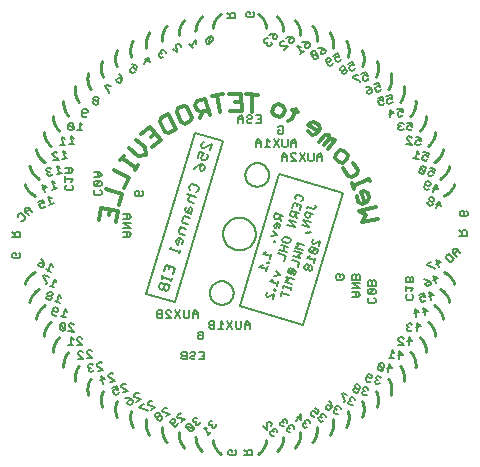
<source format=gbo>
G75*
%MOIN*%
%OFA0B0*%
%FSLAX25Y25*%
%IPPOS*%
%LPD*%
%AMOC8*
5,1,8,0,0,1.08239X$1,22.5*
%
%ADD10C,0.00800*%
%ADD11C,0.00600*%
%ADD12C,0.01300*%
%ADD13C,0.01000*%
%ADD14C,0.00500*%
D10*
X0080452Y0091564D02*
X0090031Y0088690D01*
X0106123Y0142328D01*
X0096545Y0145202D01*
X0080452Y0091564D01*
X0084651Y0093735D02*
X0085009Y0093070D01*
X0085520Y0092917D01*
X0086185Y0093275D01*
X0086645Y0094808D01*
X0086185Y0093275D02*
X0086543Y0092610D01*
X0087054Y0092457D01*
X0087718Y0092814D01*
X0088179Y0094348D01*
X0085111Y0095269D01*
X0084651Y0093735D01*
X0085510Y0096598D02*
X0085817Y0097620D01*
X0085663Y0097109D02*
X0088731Y0096189D01*
X0088884Y0096700D02*
X0088577Y0095678D01*
X0089329Y0098183D02*
X0089943Y0100228D01*
X0086875Y0101148D01*
X0086261Y0099103D01*
X0088102Y0099666D02*
X0088409Y0100688D01*
X0091400Y0105085D02*
X0091707Y0106108D01*
X0091553Y0105596D02*
X0088486Y0106517D01*
X0088639Y0107028D01*
X0090618Y0108051D02*
X0091129Y0107897D01*
X0091742Y0109942D01*
X0091231Y0110096D02*
X0092254Y0109789D01*
X0092612Y0109124D01*
X0092305Y0108102D01*
X0090618Y0108051D02*
X0090260Y0108715D01*
X0090566Y0109738D01*
X0091231Y0110096D01*
X0091676Y0111578D02*
X0091318Y0112243D01*
X0091778Y0113777D01*
X0093823Y0113163D01*
X0094268Y0114646D02*
X0092734Y0115106D01*
X0092376Y0115771D01*
X0092837Y0117305D01*
X0094882Y0116691D01*
X0095327Y0118174D02*
X0095787Y0119708D01*
X0095429Y0120372D01*
X0094764Y0120014D01*
X0094304Y0118481D01*
X0093793Y0118634D02*
X0095327Y0118174D01*
X0093793Y0118634D02*
X0093435Y0119299D01*
X0093742Y0120321D01*
X0094851Y0122162D02*
X0096385Y0121702D01*
X0094851Y0122162D02*
X0094493Y0122826D01*
X0094800Y0123849D01*
X0095465Y0124207D01*
X0096998Y0123747D02*
X0093931Y0124667D01*
X0094887Y0125996D02*
X0094529Y0126661D01*
X0094836Y0127684D01*
X0095500Y0128041D01*
X0097546Y0127428D01*
X0097903Y0126763D01*
X0097597Y0125741D01*
X0096932Y0125383D01*
X0099049Y0132438D02*
X0098537Y0132592D01*
X0098180Y0133256D01*
X0098640Y0134790D01*
X0099662Y0134483D01*
X0100020Y0133819D01*
X0099713Y0132796D01*
X0099049Y0132438D01*
X0097310Y0134074D02*
X0098640Y0134790D01*
X0097310Y0134074D02*
X0096492Y0133205D01*
X0099085Y0136273D02*
X0100107Y0135966D01*
X0100772Y0136324D01*
X0101079Y0137347D01*
X0100721Y0138011D01*
X0099698Y0138318D02*
X0098880Y0137449D01*
X0098727Y0136938D01*
X0099085Y0136273D01*
X0097551Y0136733D02*
X0098164Y0138778D01*
X0099698Y0138318D01*
X0099632Y0139954D02*
X0099120Y0140108D01*
X0098763Y0140772D01*
X0099069Y0141795D01*
X0099734Y0142153D01*
X0099632Y0139954D02*
X0102290Y0141386D01*
X0101677Y0139341D01*
X0124800Y0131505D02*
X0111582Y0087445D01*
X0132654Y0081123D01*
X0145872Y0125183D01*
X0124800Y0131505D01*
X0093210Y0111118D02*
X0091676Y0111578D01*
D11*
X0078890Y0123991D02*
X0077155Y0123991D01*
X0076722Y0124425D01*
X0076722Y0125292D01*
X0077155Y0125726D01*
X0078023Y0125726D01*
X0078023Y0124858D01*
X0078890Y0123991D02*
X0079324Y0124425D01*
X0079324Y0125292D01*
X0078890Y0125726D01*
X0074519Y0118055D02*
X0072785Y0118055D01*
X0074086Y0118055D02*
X0074086Y0116320D01*
X0074519Y0116320D02*
X0075387Y0117187D01*
X0074519Y0118055D01*
X0074519Y0116320D02*
X0072785Y0116320D01*
X0072785Y0115108D02*
X0075387Y0115108D01*
X0075387Y0113373D02*
X0072785Y0113373D01*
X0072785Y0112162D02*
X0074519Y0112162D01*
X0075387Y0111294D01*
X0074519Y0110427D01*
X0072785Y0110427D01*
X0074086Y0110427D02*
X0074086Y0112162D01*
X0075387Y0113373D02*
X0072785Y0115108D01*
X0065111Y0124385D02*
X0063376Y0124385D01*
X0062942Y0124818D01*
X0062942Y0125686D01*
X0063376Y0126119D01*
X0063376Y0127331D02*
X0065111Y0129066D01*
X0063376Y0129066D01*
X0062942Y0128632D01*
X0062942Y0127765D01*
X0063376Y0127331D01*
X0065111Y0127331D01*
X0065544Y0127765D01*
X0065544Y0128632D01*
X0065111Y0129066D01*
X0064677Y0130278D02*
X0062942Y0130278D01*
X0064243Y0130278D02*
X0064243Y0132012D01*
X0064677Y0132012D02*
X0062942Y0132012D01*
X0064677Y0132012D02*
X0065544Y0131145D01*
X0064677Y0130278D01*
X0065111Y0126119D02*
X0065544Y0125686D01*
X0065544Y0124818D01*
X0065111Y0124385D01*
X0056096Y0126393D02*
X0055662Y0125959D01*
X0053927Y0125959D01*
X0053493Y0126393D01*
X0053493Y0127261D01*
X0053927Y0127694D01*
X0053493Y0128906D02*
X0053493Y0130641D01*
X0053493Y0129773D02*
X0056096Y0129773D01*
X0055228Y0128906D01*
X0055662Y0127694D02*
X0056096Y0127261D01*
X0056096Y0126393D01*
X0050690Y0126847D02*
X0049056Y0126265D01*
X0049873Y0126556D02*
X0049000Y0129007D01*
X0050108Y0128481D01*
X0048921Y0131016D02*
X0049229Y0131547D01*
X0048921Y0131016D02*
X0048082Y0130795D01*
X0047552Y0131103D01*
X0047441Y0131523D01*
X0047750Y0132053D01*
X0048169Y0132164D01*
X0047750Y0132053D02*
X0047220Y0132361D01*
X0047109Y0132781D01*
X0047418Y0133311D01*
X0048256Y0133532D01*
X0048786Y0133224D01*
X0050686Y0134174D02*
X0051350Y0131658D01*
X0050512Y0131437D02*
X0052189Y0131880D01*
X0053493Y0131852D02*
X0055228Y0131852D01*
X0056096Y0132720D01*
X0055228Y0133587D01*
X0053493Y0133587D01*
X0054794Y0133587D02*
X0054794Y0131852D01*
X0051746Y0133557D02*
X0050686Y0134174D01*
X0049493Y0135957D02*
X0051202Y0136259D01*
X0049192Y0137666D01*
X0049117Y0138093D01*
X0049468Y0138595D01*
X0050323Y0138746D01*
X0050825Y0138394D01*
X0052797Y0139182D02*
X0053249Y0136620D01*
X0054103Y0136770D02*
X0052395Y0136469D01*
X0053802Y0138479D02*
X0052797Y0139182D01*
X0052622Y0141138D02*
X0052386Y0143729D01*
X0053329Y0142944D01*
X0053486Y0141216D02*
X0051758Y0141059D01*
X0054693Y0141326D02*
X0056420Y0141483D01*
X0055557Y0141405D02*
X0055321Y0143996D01*
X0056263Y0143211D01*
X0055743Y0145962D02*
X0054876Y0145956D01*
X0054439Y0146387D01*
X0054427Y0148122D01*
X0056174Y0146399D01*
X0055743Y0145962D01*
X0056174Y0146399D02*
X0056162Y0148134D01*
X0055725Y0148564D01*
X0054858Y0148558D01*
X0054427Y0148122D01*
X0057389Y0145974D02*
X0059124Y0145986D01*
X0058256Y0145980D02*
X0058238Y0148582D01*
X0059112Y0147721D01*
X0059428Y0150459D02*
X0059029Y0150925D01*
X0059162Y0152655D01*
X0059628Y0153054D01*
X0060492Y0152987D01*
X0060892Y0152522D01*
X0060858Y0152089D01*
X0060393Y0151690D01*
X0059095Y0151790D01*
X0059428Y0150459D02*
X0060293Y0150393D01*
X0060758Y0150792D01*
X0062872Y0154679D02*
X0063728Y0154540D01*
X0064225Y0154899D01*
X0064295Y0155327D01*
X0063936Y0155824D01*
X0063080Y0155963D01*
X0062582Y0155604D01*
X0062513Y0155176D01*
X0062872Y0154679D01*
X0063080Y0155963D02*
X0062721Y0156461D01*
X0062790Y0156889D01*
X0063288Y0157247D01*
X0064144Y0157109D01*
X0064503Y0156611D01*
X0064433Y0156183D01*
X0063936Y0155824D01*
X0067919Y0158280D02*
X0068024Y0158701D01*
X0066760Y0160804D01*
X0066865Y0161225D01*
X0068548Y0160805D01*
X0070756Y0162181D02*
X0070485Y0162732D01*
X0070625Y0163142D01*
X0071175Y0163413D01*
X0072407Y0162994D01*
X0072127Y0162173D01*
X0071577Y0161902D01*
X0070756Y0162181D01*
X0072407Y0162994D02*
X0071865Y0164094D01*
X0071184Y0164784D01*
X0074917Y0165983D02*
X0075141Y0165412D01*
X0075935Y0165064D01*
X0076506Y0165288D01*
X0076854Y0166083D02*
X0076233Y0166828D01*
X0075835Y0167001D01*
X0075264Y0166778D01*
X0074917Y0165983D01*
X0076854Y0166083D02*
X0077375Y0167275D01*
X0075785Y0167970D01*
X0079780Y0168264D02*
X0081018Y0170553D01*
X0081544Y0168790D01*
X0080018Y0169615D01*
X0084643Y0170718D02*
X0085368Y0170243D01*
X0085969Y0170368D01*
X0085718Y0171569D02*
X0085355Y0171807D01*
X0084755Y0171681D01*
X0084517Y0171318D01*
X0084643Y0170718D01*
X0085355Y0171807D02*
X0085230Y0172407D01*
X0085467Y0172770D01*
X0086068Y0172895D01*
X0086793Y0172420D01*
X0086919Y0171820D01*
X0089351Y0173023D02*
X0090718Y0171955D01*
X0090419Y0174390D01*
X0090686Y0174732D01*
X0091295Y0174807D01*
X0091979Y0174273D01*
X0092054Y0173664D01*
X0094578Y0174660D02*
X0095851Y0173481D01*
X0095215Y0174070D02*
X0096983Y0175980D01*
X0097030Y0174754D01*
X0100216Y0175533D02*
X0100801Y0174892D01*
X0101414Y0174864D01*
X0101525Y0177315D01*
X0100244Y0176145D01*
X0100216Y0175533D01*
X0101414Y0174864D02*
X0102695Y0176034D01*
X0102723Y0176647D01*
X0102138Y0177287D01*
X0101525Y0177315D01*
X0107456Y0183440D02*
X0110058Y0183440D01*
X0110058Y0184741D01*
X0109624Y0185175D01*
X0108757Y0185175D01*
X0108323Y0184741D01*
X0108323Y0183440D01*
X0108323Y0184307D02*
X0107456Y0185175D01*
X0113755Y0185135D02*
X0113755Y0184267D01*
X0114188Y0183833D01*
X0115923Y0183833D01*
X0116357Y0184267D01*
X0116357Y0185135D01*
X0115923Y0185568D01*
X0115056Y0185568D02*
X0115056Y0184701D01*
X0115056Y0185568D02*
X0114188Y0185568D01*
X0113755Y0185135D01*
X0121363Y0177866D02*
X0122268Y0178214D01*
X0123494Y0178270D01*
X0122616Y0177309D01*
X0122644Y0176696D01*
X0122964Y0176404D01*
X0123577Y0176432D01*
X0124162Y0177072D01*
X0124134Y0177685D01*
X0123494Y0178270D01*
X0122147Y0175509D02*
X0122175Y0174897D01*
X0121590Y0174256D01*
X0120978Y0174228D01*
X0120657Y0174521D01*
X0120629Y0175133D01*
X0120922Y0175454D01*
X0120629Y0175133D02*
X0120017Y0175105D01*
X0119697Y0175398D01*
X0119669Y0176011D01*
X0120254Y0176651D01*
X0120866Y0176679D01*
X0125039Y0175100D02*
X0125676Y0175689D01*
X0126289Y0175665D01*
X0126883Y0176807D02*
X0127814Y0177078D01*
X0129040Y0177031D01*
X0128085Y0176147D01*
X0128062Y0175534D01*
X0128356Y0175216D01*
X0128969Y0175192D01*
X0129606Y0175782D01*
X0129629Y0176395D01*
X0129040Y0177031D01*
X0127762Y0174074D02*
X0125310Y0174169D01*
X0125016Y0174487D01*
X0125039Y0175100D01*
X0126489Y0172896D02*
X0127762Y0174074D01*
X0130657Y0174009D02*
X0132259Y0171959D01*
X0132942Y0172493D02*
X0131575Y0171425D01*
X0131874Y0173860D02*
X0130657Y0174009D01*
X0132295Y0175290D02*
X0133245Y0175482D01*
X0134463Y0175332D01*
X0133438Y0174531D01*
X0133363Y0173922D01*
X0133630Y0173581D01*
X0134239Y0173506D01*
X0134922Y0174040D01*
X0134997Y0174649D01*
X0134463Y0175332D01*
X0136184Y0172424D02*
X0135458Y0171949D01*
X0135333Y0171348D01*
X0137734Y0170846D01*
X0137609Y0170246D01*
X0136883Y0169771D01*
X0136283Y0169897D01*
X0135333Y0171348D01*
X0136184Y0172424D02*
X0136784Y0172298D01*
X0137734Y0170846D01*
X0138748Y0171510D02*
X0138511Y0171873D01*
X0138636Y0172473D01*
X0139725Y0173186D01*
X0140200Y0172460D01*
X0140074Y0171860D01*
X0139349Y0171385D01*
X0138748Y0171510D01*
X0138524Y0173437D02*
X0137561Y0173325D01*
X0138524Y0173437D02*
X0139725Y0173186D01*
X0141197Y0170143D02*
X0140433Y0169731D01*
X0140258Y0169143D01*
X0141083Y0167617D01*
X0141671Y0167442D01*
X0142434Y0167854D01*
X0142609Y0168442D01*
X0141815Y0168999D02*
X0140671Y0168380D01*
X0141815Y0168999D02*
X0141991Y0169586D01*
X0141784Y0169968D01*
X0141197Y0170143D01*
X0142644Y0170926D02*
X0144170Y0171751D01*
X0144789Y0170606D01*
X0143819Y0170575D01*
X0143438Y0170369D01*
X0143263Y0169781D01*
X0143675Y0169018D01*
X0144263Y0168843D01*
X0145026Y0169256D01*
X0145201Y0169843D01*
X0146001Y0167451D02*
X0145206Y0167104D01*
X0144982Y0166533D01*
X0145156Y0166136D01*
X0145727Y0165912D01*
X0146521Y0166259D01*
X0146745Y0166830D01*
X0146572Y0167228D01*
X0146001Y0167451D01*
X0146521Y0166259D02*
X0147093Y0166035D01*
X0147266Y0165638D01*
X0147042Y0165067D01*
X0146248Y0164720D01*
X0145676Y0164943D01*
X0145503Y0165341D01*
X0145727Y0165912D01*
X0148029Y0166918D02*
X0148253Y0167489D01*
X0148651Y0167663D01*
X0149619Y0167612D01*
X0149098Y0168805D01*
X0147508Y0168110D01*
X0148029Y0166918D02*
X0148377Y0166123D01*
X0148948Y0165899D01*
X0149742Y0166246D01*
X0149966Y0166817D01*
X0150973Y0164507D02*
X0149331Y0163948D01*
X0149471Y0163537D01*
X0151672Y0162454D01*
X0151812Y0162043D01*
X0152819Y0162844D02*
X0153369Y0162574D01*
X0154191Y0162853D01*
X0154461Y0163404D01*
X0154182Y0164225D02*
X0153221Y0164356D01*
X0152810Y0164216D01*
X0152540Y0163666D01*
X0152819Y0162844D01*
X0154182Y0164225D02*
X0153762Y0165456D01*
X0152120Y0164897D01*
X0153588Y0160597D02*
X0154535Y0160386D01*
X0155586Y0159754D01*
X0154324Y0159439D01*
X0154008Y0158914D01*
X0154113Y0158493D01*
X0154638Y0158177D01*
X0155480Y0158387D01*
X0155796Y0158913D01*
X0155586Y0159754D01*
X0156762Y0160047D02*
X0157078Y0160573D01*
X0157499Y0160678D01*
X0158445Y0160467D01*
X0158130Y0161729D01*
X0156447Y0161310D01*
X0156762Y0160047D02*
X0156972Y0159206D01*
X0157497Y0158890D01*
X0158339Y0159100D01*
X0158655Y0159625D01*
X0159262Y0157179D02*
X0157550Y0156902D01*
X0158117Y0156115D02*
X0157758Y0155617D01*
X0157897Y0154761D01*
X0158394Y0154402D01*
X0159250Y0154541D01*
X0159609Y0155038D01*
X0159470Y0155895D02*
X0158545Y0156184D01*
X0158117Y0156115D01*
X0159470Y0155895D02*
X0159262Y0157179D01*
X0160458Y0157373D02*
X0162171Y0157650D01*
X0162379Y0156366D01*
X0161453Y0156655D01*
X0161025Y0156586D01*
X0160666Y0156088D01*
X0160805Y0155232D01*
X0161303Y0154873D01*
X0162159Y0155012D01*
X0162518Y0155510D01*
X0161621Y0152921D02*
X0163018Y0151724D01*
X0161288Y0151591D01*
X0161821Y0150327D02*
X0161621Y0152921D01*
X0164126Y0153114D02*
X0165856Y0153247D01*
X0165956Y0151950D01*
X0165058Y0152316D01*
X0164625Y0152282D01*
X0164226Y0151817D01*
X0164293Y0150952D01*
X0164758Y0150553D01*
X0165623Y0150619D01*
X0166022Y0151085D01*
X0165780Y0148575D02*
X0164912Y0148581D01*
X0164476Y0148150D01*
X0164473Y0147716D01*
X0164903Y0147280D01*
X0164467Y0146849D01*
X0164464Y0146415D01*
X0164894Y0145979D01*
X0165762Y0145973D01*
X0166198Y0146403D01*
X0167410Y0146395D02*
X0167416Y0147262D01*
X0167853Y0147693D01*
X0168286Y0147690D01*
X0169151Y0147250D01*
X0169160Y0148551D01*
X0167425Y0148563D01*
X0166210Y0148138D02*
X0165780Y0148575D01*
X0165337Y0147277D02*
X0164903Y0147280D01*
X0167410Y0146395D02*
X0167841Y0145958D01*
X0168708Y0145952D01*
X0169145Y0146383D01*
X0168693Y0143901D02*
X0169085Y0143430D01*
X0168693Y0143901D02*
X0167829Y0143980D01*
X0167358Y0143587D01*
X0167318Y0143155D01*
X0168889Y0141271D01*
X0167161Y0141428D01*
X0170135Y0141593D02*
X0170528Y0141121D01*
X0171391Y0141043D01*
X0171863Y0141435D01*
X0171941Y0142299D02*
X0171117Y0142810D01*
X0170685Y0142849D01*
X0170214Y0142457D01*
X0170135Y0141593D01*
X0171941Y0142299D02*
X0172059Y0143595D01*
X0170331Y0143752D01*
X0170778Y0139076D02*
X0170326Y0136513D01*
X0171180Y0136363D02*
X0169471Y0136664D01*
X0171481Y0138071D02*
X0170778Y0139076D01*
X0172825Y0138715D02*
X0174534Y0138414D01*
X0174308Y0137133D01*
X0173529Y0137710D01*
X0173102Y0137786D01*
X0172599Y0137434D01*
X0172448Y0136580D01*
X0172800Y0136077D01*
X0173655Y0135926D01*
X0174157Y0136278D01*
X0173298Y0133907D02*
X0172459Y0134129D01*
X0171929Y0133820D01*
X0173163Y0131700D01*
X0172633Y0131391D01*
X0171794Y0131613D01*
X0171486Y0132143D01*
X0171929Y0133820D01*
X0173298Y0133907D02*
X0173606Y0133377D01*
X0173163Y0131700D01*
X0174334Y0131390D02*
X0174643Y0130860D01*
X0175482Y0130639D01*
X0176012Y0130947D01*
X0176233Y0131786D02*
X0175505Y0132427D01*
X0175086Y0132537D01*
X0174556Y0132229D01*
X0174334Y0131390D01*
X0176233Y0131786D02*
X0176566Y0133044D01*
X0174888Y0133487D01*
X0174140Y0128947D02*
X0173586Y0128684D01*
X0173004Y0127050D01*
X0173267Y0126496D01*
X0174084Y0126205D01*
X0174638Y0126468D01*
X0174520Y0127431D02*
X0173295Y0127867D01*
X0174520Y0127431D02*
X0175075Y0127694D01*
X0175220Y0128102D01*
X0174957Y0128656D01*
X0174140Y0128947D01*
X0176071Y0126879D02*
X0177705Y0126297D01*
X0176916Y0127959D01*
X0176043Y0125507D01*
X0175381Y0123643D02*
X0174807Y0123428D01*
X0174628Y0123033D01*
X0174844Y0122458D01*
X0175634Y0122100D01*
X0176208Y0122316D01*
X0176387Y0122711D01*
X0176171Y0123285D01*
X0175381Y0123643D01*
X0174844Y0122458D02*
X0174269Y0122243D01*
X0174090Y0121848D01*
X0174306Y0121274D01*
X0175096Y0120915D01*
X0175670Y0121131D01*
X0175849Y0121526D01*
X0175634Y0122100D01*
X0177132Y0121420D02*
X0178712Y0120704D01*
X0178064Y0122426D01*
X0176989Y0120056D01*
X0184989Y0118701D02*
X0184989Y0117833D01*
X0185423Y0117400D01*
X0187158Y0117400D01*
X0187592Y0117833D01*
X0187592Y0118701D01*
X0187158Y0119134D01*
X0186290Y0119134D02*
X0186290Y0118267D01*
X0186290Y0119134D02*
X0185423Y0119134D01*
X0184989Y0118701D01*
X0184722Y0112630D02*
X0185589Y0111763D01*
X0185589Y0112197D02*
X0185589Y0110896D01*
X0184722Y0110896D02*
X0187324Y0110896D01*
X0187324Y0112197D01*
X0186890Y0112630D01*
X0186023Y0112630D01*
X0185589Y0112197D01*
X0183916Y0106382D02*
X0182690Y0106382D01*
X0182690Y0105155D01*
X0183916Y0103928D01*
X0183059Y0103071D02*
X0182139Y0102151D01*
X0181526Y0102151D01*
X0180299Y0103378D01*
X0180299Y0103991D01*
X0181219Y0104911D01*
X0183059Y0103071D01*
X0182996Y0104848D02*
X0184223Y0106075D01*
X0183916Y0106382D02*
X0185143Y0105155D01*
X0178711Y0102271D02*
X0177131Y0101554D01*
X0176989Y0102918D02*
X0178064Y0100548D01*
X0176565Y0099868D02*
X0176386Y0100263D01*
X0174089Y0101127D01*
X0173910Y0101522D01*
X0175490Y0102238D01*
X0176989Y0102918D02*
X0178711Y0102271D01*
X0176042Y0097467D02*
X0177704Y0096678D01*
X0176070Y0096096D01*
X0174928Y0095689D02*
X0173703Y0095253D01*
X0173440Y0094699D01*
X0173585Y0094290D01*
X0174139Y0094027D01*
X0174956Y0094318D01*
X0175219Y0094872D01*
X0174928Y0095689D01*
X0173820Y0096215D01*
X0172858Y0096333D01*
X0176042Y0097467D02*
X0176915Y0095016D01*
X0174642Y0092114D02*
X0176233Y0091189D01*
X0174555Y0090746D01*
X0173384Y0090436D02*
X0173052Y0091694D01*
X0171374Y0091251D01*
X0172015Y0090523D02*
X0171707Y0089993D01*
X0171928Y0089154D01*
X0172458Y0088846D01*
X0173297Y0089067D01*
X0173606Y0089597D01*
X0173384Y0090436D02*
X0172435Y0090634D01*
X0172015Y0090523D01*
X0169481Y0090862D02*
X0169481Y0089995D01*
X0169048Y0089561D01*
X0167313Y0089561D01*
X0166879Y0089995D01*
X0166879Y0090862D01*
X0167313Y0091296D01*
X0166879Y0092507D02*
X0166879Y0094242D01*
X0166879Y0093375D02*
X0169481Y0093375D01*
X0168614Y0092507D01*
X0169048Y0091296D02*
X0169481Y0090862D01*
X0169898Y0086386D02*
X0171405Y0085330D01*
X0169697Y0085029D01*
X0170350Y0083823D02*
X0169898Y0086386D01*
X0172599Y0085541D02*
X0174307Y0085842D01*
X0172800Y0086897D01*
X0173252Y0084335D01*
X0170527Y0081853D02*
X0171941Y0080675D01*
X0170213Y0080518D01*
X0170763Y0079262D02*
X0170527Y0081853D01*
X0168928Y0081272D02*
X0168457Y0081665D01*
X0167593Y0081586D01*
X0167200Y0081115D01*
X0167240Y0080683D01*
X0167711Y0080290D01*
X0167318Y0079819D01*
X0167358Y0079387D01*
X0167829Y0078995D01*
X0168693Y0079073D01*
X0169085Y0079544D01*
X0168143Y0080330D02*
X0167711Y0080290D01*
X0167841Y0077017D02*
X0169151Y0075725D01*
X0167416Y0075712D01*
X0167859Y0074414D02*
X0167841Y0077017D01*
X0166198Y0076571D02*
X0165762Y0077002D01*
X0164894Y0076996D01*
X0164464Y0076559D01*
X0164467Y0076126D01*
X0166213Y0074403D01*
X0164479Y0074391D01*
X0164759Y0072422D02*
X0165956Y0071025D01*
X0164226Y0071158D01*
X0163052Y0071683D02*
X0162253Y0072615D01*
X0162054Y0070020D01*
X0162918Y0069954D02*
X0161189Y0070087D01*
X0161303Y0068101D02*
X0162379Y0066609D01*
X0160667Y0066886D01*
X0160887Y0065532D02*
X0161303Y0068101D01*
X0159609Y0067936D02*
X0159332Y0066224D01*
X0157897Y0068213D01*
X0157620Y0066501D01*
X0157978Y0066003D01*
X0158835Y0065865D01*
X0159332Y0066224D01*
X0159609Y0067936D02*
X0159251Y0068434D01*
X0158394Y0068572D01*
X0157897Y0068213D01*
X0155481Y0064588D02*
X0154639Y0064798D01*
X0154113Y0064482D01*
X0153694Y0062798D01*
X0154009Y0062273D01*
X0154851Y0062063D01*
X0155377Y0062379D01*
X0155166Y0063325D02*
X0153903Y0063640D01*
X0155166Y0063325D02*
X0155692Y0063641D01*
X0155796Y0064062D01*
X0155481Y0064588D01*
X0156972Y0063769D02*
X0156867Y0063348D01*
X0157183Y0062822D01*
X0156657Y0062506D01*
X0156553Y0062086D01*
X0156868Y0061560D01*
X0157710Y0061350D01*
X0158236Y0061666D01*
X0157604Y0062717D02*
X0157183Y0062822D01*
X0156972Y0063769D02*
X0157498Y0064085D01*
X0158340Y0063875D01*
X0158655Y0063349D01*
X0154191Y0060121D02*
X0153370Y0060401D01*
X0152820Y0060130D01*
X0152680Y0059719D01*
X0152951Y0059169D01*
X0152400Y0058898D01*
X0152261Y0058488D01*
X0152532Y0057937D01*
X0153353Y0057658D01*
X0153903Y0057929D01*
X0153361Y0059029D02*
X0152951Y0059169D01*
X0154462Y0059571D02*
X0154191Y0060121D01*
X0151673Y0060520D02*
X0151533Y0060110D01*
X0150983Y0059839D01*
X0150162Y0060119D01*
X0149611Y0059848D01*
X0149471Y0059437D01*
X0149742Y0058887D01*
X0150563Y0058607D01*
X0151114Y0058878D01*
X0151253Y0059289D01*
X0150983Y0059839D01*
X0150162Y0060119D02*
X0149891Y0060669D01*
X0150030Y0061080D01*
X0150581Y0061350D01*
X0151402Y0061071D01*
X0151673Y0060520D01*
X0149743Y0056728D02*
X0148949Y0057075D01*
X0148377Y0056851D01*
X0148204Y0056454D01*
X0148428Y0055883D01*
X0147857Y0055659D01*
X0147683Y0055262D01*
X0147907Y0054691D01*
X0148702Y0054343D01*
X0149273Y0054567D01*
X0148825Y0055709D02*
X0148428Y0055883D01*
X0149967Y0056157D02*
X0149743Y0056728D01*
X0147441Y0057734D02*
X0145851Y0058428D01*
X0145677Y0058031D01*
X0146573Y0055747D01*
X0146399Y0055349D01*
X0145027Y0053719D02*
X0144264Y0054131D01*
X0143676Y0053956D01*
X0143470Y0053575D01*
X0143645Y0052987D01*
X0143058Y0052812D01*
X0142851Y0052430D01*
X0143026Y0051842D01*
X0143789Y0051430D01*
X0144377Y0051605D01*
X0144027Y0052780D02*
X0143645Y0052987D01*
X0145202Y0053131D02*
X0145027Y0053719D01*
X0142198Y0053769D02*
X0141785Y0053006D01*
X0141198Y0052831D01*
X0140435Y0053244D01*
X0140259Y0053831D01*
X0140466Y0054213D01*
X0141053Y0054388D01*
X0142198Y0053769D01*
X0141847Y0054945D01*
X0141291Y0055739D01*
X0139350Y0051590D02*
X0138749Y0051464D01*
X0138512Y0051101D01*
X0138637Y0050501D01*
X0138037Y0050375D01*
X0137800Y0050013D01*
X0137925Y0049412D01*
X0138651Y0048937D01*
X0139251Y0049063D01*
X0139000Y0050263D02*
X0138637Y0050501D01*
X0139350Y0051590D02*
X0140076Y0051115D01*
X0140201Y0050514D01*
X0137973Y0052491D02*
X0137261Y0051402D01*
X0136772Y0052240D01*
X0136409Y0052477D01*
X0135809Y0052352D01*
X0135334Y0051626D01*
X0135459Y0051026D01*
X0136185Y0050551D01*
X0136786Y0050676D01*
X0137973Y0052491D02*
X0136521Y0053440D01*
X0134240Y0049468D02*
X0133631Y0049393D01*
X0133364Y0049052D01*
X0133439Y0048443D01*
X0132830Y0048368D01*
X0132563Y0048026D01*
X0132638Y0047418D01*
X0133322Y0046884D01*
X0133930Y0046958D01*
X0133781Y0048176D02*
X0133439Y0048443D01*
X0134240Y0049468D02*
X0134924Y0048934D01*
X0134998Y0048325D01*
X0132142Y0049456D02*
X0130775Y0050524D01*
X0130316Y0049232D02*
X0131918Y0051282D01*
X0132142Y0049456D01*
X0129607Y0047192D02*
X0128971Y0047782D01*
X0128358Y0047758D01*
X0128063Y0047440D01*
X0128087Y0046827D01*
X0127474Y0046803D01*
X0127179Y0046485D01*
X0127203Y0045872D01*
X0127839Y0045283D01*
X0128452Y0045306D01*
X0128405Y0046532D02*
X0128087Y0046827D01*
X0129631Y0046579D02*
X0129607Y0047192D01*
X0127469Y0048581D02*
X0127445Y0049194D01*
X0126809Y0049784D01*
X0126196Y0049760D01*
X0125901Y0049442D01*
X0125925Y0048829D01*
X0125312Y0048805D01*
X0125017Y0048487D01*
X0125041Y0047874D01*
X0125677Y0047285D01*
X0126290Y0047308D01*
X0126243Y0048534D02*
X0125925Y0048829D01*
X0123579Y0046542D02*
X0122966Y0046570D01*
X0122646Y0046277D01*
X0122618Y0045665D01*
X0122005Y0045693D01*
X0121685Y0045400D01*
X0121657Y0044787D01*
X0122242Y0044147D01*
X0122855Y0044119D01*
X0122910Y0045344D02*
X0122618Y0045665D01*
X0123579Y0046542D02*
X0124164Y0045902D01*
X0124136Y0045289D01*
X0122149Y0047465D02*
X0122177Y0048077D01*
X0121592Y0048718D01*
X0120979Y0048746D01*
X0120659Y0048453D01*
X0120548Y0046002D01*
X0119378Y0047284D01*
X0115179Y0039521D02*
X0114312Y0039521D01*
X0113878Y0039087D01*
X0113878Y0037786D01*
X0113011Y0037786D02*
X0115613Y0037786D01*
X0115613Y0039087D01*
X0115179Y0039521D01*
X0113878Y0038654D02*
X0113011Y0039521D01*
X0110377Y0039087D02*
X0110377Y0038220D01*
X0109943Y0037786D01*
X0108208Y0037786D01*
X0107774Y0038220D01*
X0107774Y0039087D01*
X0108208Y0039521D01*
X0109076Y0039521D01*
X0109076Y0038654D01*
X0109943Y0039521D02*
X0110377Y0039087D01*
X0103130Y0046774D02*
X0103715Y0047415D01*
X0103687Y0048028D01*
X0102461Y0047972D02*
X0102169Y0047652D01*
X0102197Y0047039D01*
X0102517Y0046747D01*
X0103130Y0046774D01*
X0102169Y0047652D02*
X0101556Y0047624D01*
X0101236Y0047916D01*
X0101208Y0048529D01*
X0101793Y0049170D01*
X0102406Y0049197D01*
X0098404Y0048903D02*
X0098381Y0048290D01*
X0097744Y0047701D01*
X0097131Y0047724D01*
X0096837Y0048042D01*
X0096860Y0048655D01*
X0097178Y0048950D01*
X0096860Y0048655D02*
X0096247Y0048679D01*
X0095952Y0048997D01*
X0095976Y0049610D01*
X0096612Y0050199D01*
X0097225Y0050176D01*
X0095063Y0048174D02*
X0094451Y0048197D01*
X0093814Y0047608D01*
X0093791Y0046995D01*
X0096242Y0046901D01*
X0096219Y0046288D01*
X0095582Y0045699D01*
X0094969Y0045722D01*
X0093791Y0046995D01*
X0095063Y0048174D02*
X0096242Y0046901D01*
X0099514Y0046673D02*
X0101435Y0044919D01*
X0102020Y0045559D02*
X0100850Y0044278D01*
X0100739Y0046729D02*
X0099514Y0046673D01*
X0093480Y0049875D02*
X0092113Y0048807D01*
X0090891Y0048403D02*
X0090816Y0047794D01*
X0090133Y0047260D01*
X0089524Y0047335D01*
X0088456Y0048702D01*
X0088531Y0049311D01*
X0089214Y0049845D01*
X0089823Y0049770D01*
X0090090Y0049428D01*
X0090015Y0048819D01*
X0088990Y0048018D01*
X0091045Y0050174D02*
X0090778Y0050516D01*
X0090853Y0051125D01*
X0091536Y0051659D01*
X0092145Y0051584D01*
X0091045Y0050174D02*
X0093480Y0049875D01*
X0088388Y0051598D02*
X0085986Y0052100D01*
X0085749Y0052463D01*
X0085874Y0053063D01*
X0086600Y0053538D01*
X0087200Y0053413D01*
X0088388Y0051598D02*
X0086936Y0050648D01*
X0085685Y0050348D02*
X0085447Y0050710D01*
X0084847Y0050836D01*
X0084121Y0050361D01*
X0083996Y0049760D01*
X0084233Y0049398D01*
X0084834Y0049272D01*
X0085559Y0049747D01*
X0085685Y0050348D01*
X0084847Y0050836D02*
X0084972Y0051436D01*
X0084735Y0051799D01*
X0084134Y0051925D01*
X0083409Y0051450D01*
X0083283Y0050849D01*
X0083521Y0050486D01*
X0084121Y0050361D01*
X0081931Y0052916D02*
X0083457Y0053741D01*
X0081106Y0054442D01*
X0080900Y0054823D01*
X0081075Y0055411D01*
X0081838Y0055824D01*
X0082426Y0055648D01*
X0079628Y0054628D02*
X0078102Y0053803D01*
X0078308Y0053422D01*
X0080659Y0052721D01*
X0080866Y0052339D01*
X0078724Y0056289D02*
X0076440Y0057184D01*
X0076266Y0057581D01*
X0076490Y0058152D01*
X0077285Y0058500D01*
X0077856Y0058276D01*
X0078724Y0056289D02*
X0077134Y0055594D01*
X0075850Y0055507D02*
X0075626Y0054936D01*
X0074831Y0054588D01*
X0074260Y0054812D01*
X0074087Y0055209D01*
X0074311Y0055781D01*
X0075503Y0056301D01*
X0075850Y0055507D01*
X0075503Y0056301D02*
X0074361Y0056749D01*
X0073392Y0056799D01*
X0072578Y0058665D02*
X0074220Y0059224D01*
X0072019Y0060307D01*
X0071879Y0060718D01*
X0072150Y0061268D01*
X0072971Y0061547D01*
X0073521Y0061277D01*
X0070592Y0060738D02*
X0071011Y0059506D01*
X0070050Y0059637D01*
X0069640Y0059497D01*
X0069369Y0058947D01*
X0069649Y0058126D01*
X0070199Y0057855D01*
X0071020Y0058135D01*
X0071291Y0058685D01*
X0070592Y0060738D02*
X0068950Y0060179D01*
X0068294Y0062106D02*
X0069977Y0062526D01*
X0067874Y0063789D01*
X0067770Y0064210D01*
X0068085Y0064736D01*
X0068927Y0064945D01*
X0069453Y0064630D01*
X0066804Y0063075D02*
X0065120Y0062655D01*
X0065856Y0061498D02*
X0065226Y0064023D01*
X0066804Y0063075D01*
X0066026Y0066171D02*
X0064314Y0065893D01*
X0063048Y0066128D02*
X0062689Y0065630D01*
X0061833Y0065491D01*
X0061336Y0065850D01*
X0061266Y0066278D01*
X0061625Y0066776D01*
X0062053Y0066845D01*
X0061625Y0066776D02*
X0061128Y0067135D01*
X0061058Y0067563D01*
X0061417Y0068060D01*
X0062273Y0068199D01*
X0062771Y0067840D01*
X0063967Y0068034D02*
X0064326Y0068531D01*
X0065182Y0068670D01*
X0065679Y0068311D01*
X0063967Y0068034D02*
X0064036Y0067606D01*
X0066026Y0066171D01*
X0062394Y0070134D02*
X0060531Y0071730D01*
X0060498Y0072163D01*
X0060897Y0072628D01*
X0061762Y0072695D01*
X0062227Y0072296D01*
X0062394Y0070134D02*
X0060664Y0070000D01*
X0059456Y0069907D02*
X0057593Y0071504D01*
X0057560Y0071937D01*
X0057959Y0072402D01*
X0058824Y0072469D01*
X0059289Y0072070D01*
X0059456Y0069907D02*
X0057726Y0069774D01*
X0057371Y0074399D02*
X0059105Y0074387D01*
X0057383Y0076133D01*
X0057386Y0076567D01*
X0057823Y0076998D01*
X0058690Y0076992D01*
X0059121Y0076555D01*
X0056171Y0076142D02*
X0055310Y0077015D01*
X0055292Y0074413D01*
X0056159Y0074407D02*
X0054424Y0074419D01*
X0054457Y0079057D02*
X0056185Y0078900D01*
X0054614Y0080785D01*
X0054654Y0081217D01*
X0055125Y0081609D01*
X0055989Y0081531D01*
X0056381Y0081059D01*
X0053652Y0083642D02*
X0051943Y0083943D01*
X0052798Y0083792D02*
X0053250Y0086355D01*
X0053953Y0085350D01*
X0051525Y0088579D02*
X0049848Y0089022D01*
X0050686Y0088800D02*
X0051351Y0091316D01*
X0051968Y0090256D01*
X0049119Y0091009D02*
X0049230Y0091428D01*
X0048921Y0091958D01*
X0048083Y0092180D01*
X0047553Y0091871D01*
X0047442Y0091452D01*
X0047750Y0090922D01*
X0048589Y0090700D01*
X0049119Y0091009D01*
X0048589Y0090700D02*
X0048898Y0090170D01*
X0048787Y0089751D01*
X0048257Y0089442D01*
X0047418Y0089664D01*
X0047110Y0090194D01*
X0047220Y0090613D01*
X0047750Y0090922D01*
X0049001Y0093967D02*
X0049874Y0096419D01*
X0050400Y0095311D01*
X0049818Y0093676D02*
X0048184Y0094258D01*
X0047042Y0094665D02*
X0047188Y0095073D01*
X0046136Y0097290D01*
X0046281Y0097698D01*
X0047915Y0097116D01*
X0048544Y0098899D02*
X0046964Y0099616D01*
X0047754Y0099258D02*
X0048829Y0101627D01*
X0049261Y0100479D01*
X0046398Y0101301D02*
X0045214Y0101839D01*
X0044639Y0101623D01*
X0044460Y0101228D01*
X0044676Y0100654D01*
X0045466Y0100296D01*
X0046040Y0100511D01*
X0046398Y0101301D01*
X0045967Y0102450D01*
X0045356Y0103203D01*
X0038379Y0103857D02*
X0037945Y0103423D01*
X0036210Y0103423D01*
X0035777Y0103857D01*
X0035777Y0104724D01*
X0036210Y0105158D01*
X0037078Y0105158D01*
X0037078Y0104291D01*
X0037945Y0105158D02*
X0038379Y0104724D01*
X0038379Y0103857D01*
X0038379Y0110313D02*
X0035777Y0110313D01*
X0036644Y0110313D02*
X0036644Y0111614D01*
X0037078Y0112048D01*
X0037945Y0112048D01*
X0038379Y0111614D01*
X0038379Y0110313D01*
X0036644Y0111180D02*
X0035777Y0112048D01*
X0038810Y0115931D02*
X0039423Y0115931D01*
X0040036Y0116544D01*
X0040036Y0117158D01*
X0038810Y0118384D01*
X0038196Y0118384D01*
X0037583Y0117771D01*
X0037583Y0117158D01*
X0039973Y0118934D02*
X0041200Y0117708D01*
X0040280Y0118628D02*
X0041506Y0119854D01*
X0041200Y0120161D02*
X0039973Y0120161D01*
X0039973Y0118934D01*
X0041200Y0120161D02*
X0042426Y0118934D01*
X0045176Y0120166D02*
X0044818Y0120956D01*
X0045033Y0121531D01*
X0045428Y0121710D01*
X0046397Y0121673D01*
X0045860Y0122858D01*
X0044280Y0122141D01*
X0045176Y0120166D02*
X0045750Y0119951D01*
X0046540Y0120309D01*
X0046756Y0120883D01*
X0048038Y0120989D02*
X0049618Y0121705D01*
X0048828Y0121347D02*
X0047753Y0123717D01*
X0048902Y0123285D01*
X0046689Y0125422D02*
X0045816Y0127873D01*
X0047478Y0127084D01*
X0045844Y0126502D01*
X0049921Y0086942D02*
X0050775Y0086791D01*
X0051127Y0086289D01*
X0051051Y0085862D01*
X0050549Y0085510D01*
X0049268Y0085736D01*
X0049418Y0086590D02*
X0049921Y0086942D01*
X0049418Y0086590D02*
X0049117Y0084882D01*
X0049469Y0084379D01*
X0050323Y0084229D01*
X0050826Y0084580D01*
X0052190Y0081876D02*
X0051719Y0081484D01*
X0053290Y0079599D01*
X0052818Y0079206D01*
X0051955Y0079285D01*
X0051562Y0079756D01*
X0051719Y0081484D01*
X0052190Y0081876D02*
X0053054Y0081798D01*
X0053447Y0081326D01*
X0053290Y0079599D01*
X0084051Y0083848D02*
X0084485Y0083415D01*
X0085786Y0083415D01*
X0085786Y0086017D01*
X0084485Y0086017D01*
X0084051Y0085583D01*
X0084051Y0085149D01*
X0084485Y0084716D01*
X0085786Y0084716D01*
X0086998Y0085149D02*
X0086998Y0085583D01*
X0087432Y0086017D01*
X0088299Y0086017D01*
X0088733Y0085583D01*
X0089945Y0086017D02*
X0091679Y0083415D01*
X0092891Y0083848D02*
X0092891Y0086017D01*
X0091679Y0086017D02*
X0089945Y0083415D01*
X0088733Y0083415D02*
X0086998Y0085149D01*
X0086998Y0083415D02*
X0088733Y0083415D01*
X0092891Y0083848D02*
X0093325Y0083415D01*
X0094192Y0083415D01*
X0094626Y0083848D01*
X0094626Y0086017D01*
X0095838Y0085149D02*
X0095838Y0083415D01*
X0095838Y0084716D02*
X0097572Y0084716D01*
X0097572Y0085149D02*
X0097572Y0083415D01*
X0097572Y0085149D02*
X0096705Y0086017D01*
X0095838Y0085149D01*
X0101405Y0082040D02*
X0101405Y0081606D01*
X0101839Y0081172D01*
X0103140Y0081172D01*
X0103140Y0079871D02*
X0103140Y0082473D01*
X0101839Y0082473D01*
X0101405Y0082040D01*
X0101839Y0081172D02*
X0101405Y0080739D01*
X0101405Y0080305D01*
X0101839Y0079871D01*
X0103140Y0079871D01*
X0104352Y0079871D02*
X0106087Y0079871D01*
X0105219Y0079871D02*
X0105219Y0082473D01*
X0106087Y0081606D01*
X0107299Y0082473D02*
X0109033Y0079871D01*
X0110245Y0080305D02*
X0110245Y0082473D01*
X0109033Y0082473D02*
X0107299Y0079871D01*
X0110245Y0080305D02*
X0110679Y0079871D01*
X0111546Y0079871D01*
X0111980Y0080305D01*
X0111980Y0082473D01*
X0113192Y0081606D02*
X0113192Y0079871D01*
X0113192Y0081172D02*
X0114926Y0081172D01*
X0114926Y0081606D02*
X0114059Y0082473D01*
X0113192Y0081606D01*
X0114926Y0081606D02*
X0114926Y0079871D01*
X0120567Y0090487D02*
X0120276Y0091027D01*
X0120525Y0091858D01*
X0121065Y0092149D01*
X0120567Y0090487D02*
X0120982Y0090363D01*
X0123142Y0091526D01*
X0122644Y0089864D01*
X0123441Y0092521D02*
X0123565Y0092937D01*
X0123150Y0093061D01*
X0123025Y0092646D01*
X0123441Y0092521D01*
X0123914Y0094097D02*
X0124412Y0095759D01*
X0124163Y0094928D02*
X0121670Y0095676D01*
X0122751Y0096258D01*
X0123099Y0097418D02*
X0125010Y0097750D01*
X0123597Y0099080D01*
X0120624Y0099835D02*
X0118131Y0100583D01*
X0119211Y0101165D01*
X0120756Y0101787D02*
X0121172Y0101662D01*
X0121296Y0102077D01*
X0120881Y0102202D01*
X0120756Y0101787D01*
X0120873Y0100666D02*
X0120374Y0099005D01*
X0121644Y0103238D02*
X0122143Y0104900D01*
X0121894Y0104069D02*
X0119401Y0104816D01*
X0120481Y0105398D01*
X0124460Y0104974D02*
X0126952Y0104226D01*
X0126454Y0102564D01*
X0128846Y0102889D02*
X0131338Y0102141D01*
X0130840Y0100479D01*
X0130076Y0099443D02*
X0128414Y0099942D01*
X0127874Y0099651D01*
X0127625Y0098820D01*
X0127916Y0098280D01*
X0128747Y0098031D01*
X0129287Y0098322D01*
X0128456Y0098571D01*
X0128705Y0099402D01*
X0129536Y0099152D01*
X0129287Y0098322D01*
X0129577Y0097782D02*
X0130118Y0098072D01*
X0130367Y0098903D01*
X0130076Y0099443D01*
X0129645Y0096496D02*
X0127152Y0097244D01*
X0127734Y0096164D01*
X0126654Y0095583D01*
X0129146Y0094835D01*
X0128798Y0093674D02*
X0128549Y0092843D01*
X0128673Y0093259D02*
X0126181Y0094006D01*
X0126056Y0093591D02*
X0126306Y0094422D01*
X0125741Y0092540D02*
X0125243Y0090879D01*
X0125492Y0091710D02*
X0127984Y0090962D01*
X0133360Y0099723D02*
X0133775Y0099598D01*
X0134316Y0099889D01*
X0134565Y0100720D01*
X0134274Y0101260D01*
X0133859Y0101385D01*
X0133319Y0101094D01*
X0133069Y0100263D01*
X0133360Y0099723D01*
X0134316Y0099889D02*
X0134606Y0099349D01*
X0135022Y0099225D01*
X0135562Y0099515D01*
X0135811Y0100346D01*
X0135520Y0100886D01*
X0135105Y0101011D01*
X0134565Y0100720D01*
X0136284Y0101922D02*
X0136782Y0103584D01*
X0136533Y0102753D02*
X0134041Y0103501D01*
X0135121Y0104082D01*
X0135053Y0105368D02*
X0137214Y0106531D01*
X0137504Y0105991D01*
X0137255Y0105160D01*
X0136715Y0104869D01*
X0135053Y0105368D01*
X0134763Y0105908D01*
X0135012Y0106738D01*
X0135552Y0107029D01*
X0137214Y0106531D01*
X0137977Y0107567D02*
X0138476Y0109228D01*
X0136316Y0108065D01*
X0135900Y0108190D01*
X0135609Y0108730D01*
X0135859Y0109561D01*
X0136399Y0109851D01*
X0135274Y0112240D02*
X0134193Y0111658D01*
X0134318Y0112074D01*
X0133903Y0112198D01*
X0133778Y0111783D01*
X0134193Y0111658D01*
X0134791Y0113650D02*
X0132298Y0114397D01*
X0132797Y0116059D02*
X0134791Y0113650D01*
X0135289Y0115311D02*
X0132797Y0116059D01*
X0133561Y0117095D02*
X0134391Y0116846D01*
X0134931Y0117137D01*
X0135305Y0118383D01*
X0136136Y0118134D02*
X0133644Y0118881D01*
X0133270Y0117635D01*
X0133561Y0117095D01*
X0131186Y0118337D02*
X0128693Y0119085D01*
X0128319Y0117839D01*
X0128610Y0117298D01*
X0129441Y0117049D01*
X0129981Y0117340D01*
X0130355Y0118586D01*
X0130106Y0117755D02*
X0130687Y0116675D01*
X0130339Y0115515D02*
X0127847Y0116262D01*
X0129841Y0113853D01*
X0127348Y0114601D01*
X0125455Y0115938D02*
X0124873Y0117018D01*
X0124748Y0116603D02*
X0125122Y0117849D01*
X0125953Y0117600D02*
X0123461Y0118347D01*
X0123087Y0117101D01*
X0123378Y0116561D01*
X0124208Y0116312D01*
X0124748Y0116603D01*
X0124276Y0115027D02*
X0123777Y0113365D01*
X0123362Y0113490D01*
X0123071Y0114030D01*
X0123320Y0114860D01*
X0123860Y0115151D01*
X0124691Y0114902D01*
X0124982Y0114362D01*
X0124733Y0113531D01*
X0122598Y0112454D02*
X0124010Y0111124D01*
X0122100Y0110792D01*
X0122998Y0109258D02*
X0122873Y0108842D01*
X0123288Y0108717D01*
X0123413Y0109133D01*
X0122998Y0109258D01*
X0125306Y0107796D02*
X0127799Y0107048D01*
X0127732Y0108333D02*
X0126070Y0108832D01*
X0125779Y0109372D01*
X0126029Y0110203D01*
X0126569Y0110493D01*
X0128230Y0109995D01*
X0128521Y0109455D01*
X0128272Y0108624D01*
X0127732Y0108333D01*
X0126553Y0107422D02*
X0126054Y0105760D01*
X0124808Y0106134D02*
X0127300Y0105386D01*
X0129194Y0104049D02*
X0131686Y0103301D01*
X0131105Y0104382D01*
X0132185Y0104963D01*
X0129692Y0105711D01*
X0130041Y0106871D02*
X0132533Y0106124D01*
X0133032Y0107785D02*
X0130539Y0108533D01*
X0131121Y0107453D01*
X0130041Y0106871D01*
X0131534Y0119498D02*
X0132032Y0121159D01*
X0129540Y0121907D01*
X0129041Y0120245D01*
X0130537Y0120702D02*
X0130786Y0121533D01*
X0130304Y0122943D02*
X0130013Y0123483D01*
X0130262Y0124314D01*
X0130802Y0124605D01*
X0132464Y0124106D01*
X0132755Y0123566D01*
X0132505Y0122735D01*
X0131965Y0122444D01*
X0134241Y0120873D02*
X0133992Y0120042D01*
X0134116Y0120457D02*
X0136194Y0119834D01*
X0136734Y0120125D01*
X0136858Y0120540D01*
X0136567Y0121080D01*
X0135759Y0135777D02*
X0134891Y0135777D01*
X0134458Y0136210D01*
X0134458Y0138379D01*
X0133246Y0138379D02*
X0131511Y0135777D01*
X0130299Y0135777D02*
X0128565Y0137512D01*
X0128565Y0137945D01*
X0128998Y0138379D01*
X0129866Y0138379D01*
X0130299Y0137945D01*
X0131511Y0138379D02*
X0133246Y0135777D01*
X0135759Y0135777D02*
X0136192Y0136210D01*
X0136192Y0138379D01*
X0137404Y0137512D02*
X0137404Y0135777D01*
X0137404Y0137078D02*
X0139139Y0137078D01*
X0139139Y0137512D02*
X0138272Y0138379D01*
X0137404Y0137512D01*
X0139139Y0137512D02*
X0139139Y0135777D01*
X0130299Y0135777D02*
X0128565Y0135777D01*
X0127353Y0135777D02*
X0127353Y0137512D01*
X0126485Y0138379D01*
X0125618Y0137512D01*
X0125618Y0135777D01*
X0125618Y0137078D02*
X0127353Y0137078D01*
X0127097Y0140501D02*
X0126230Y0140501D01*
X0125796Y0140935D01*
X0125796Y0143103D01*
X0124584Y0143103D02*
X0122850Y0140501D01*
X0121638Y0140501D02*
X0119903Y0140501D01*
X0120771Y0140501D02*
X0120771Y0143103D01*
X0121638Y0142236D01*
X0122850Y0143103D02*
X0124584Y0140501D01*
X0124643Y0144832D02*
X0124209Y0145266D01*
X0124209Y0146133D01*
X0125076Y0146133D01*
X0124209Y0147000D02*
X0124643Y0147434D01*
X0125510Y0147434D01*
X0125944Y0147000D01*
X0125944Y0145266D01*
X0125510Y0144832D01*
X0124643Y0144832D01*
X0127531Y0143103D02*
X0127531Y0140935D01*
X0127097Y0140501D01*
X0128743Y0140501D02*
X0128743Y0142236D01*
X0129610Y0143103D01*
X0130478Y0142236D01*
X0130478Y0140501D01*
X0130478Y0141802D02*
X0128743Y0141802D01*
X0118691Y0141802D02*
X0116957Y0141802D01*
X0116957Y0142236D02*
X0116957Y0140501D01*
X0118691Y0140501D02*
X0118691Y0142236D01*
X0117824Y0143103D01*
X0116957Y0142236D01*
X0116932Y0148375D02*
X0118667Y0148375D01*
X0118667Y0150977D01*
X0116932Y0150977D01*
X0115720Y0150544D02*
X0115720Y0150110D01*
X0115286Y0149676D01*
X0114419Y0149676D01*
X0113985Y0149243D01*
X0113985Y0148809D01*
X0114419Y0148375D01*
X0115286Y0148375D01*
X0115720Y0148809D01*
X0115720Y0150544D02*
X0115286Y0150977D01*
X0114419Y0150977D01*
X0113985Y0150544D01*
X0112773Y0150110D02*
X0112773Y0148375D01*
X0112773Y0149676D02*
X0111039Y0149676D01*
X0111039Y0150110D02*
X0111039Y0148375D01*
X0111039Y0150110D02*
X0111906Y0150977D01*
X0112773Y0150110D01*
X0117799Y0149676D02*
X0118667Y0149676D01*
X0144084Y0097976D02*
X0144952Y0097976D01*
X0144952Y0097109D01*
X0145819Y0097976D02*
X0146253Y0097542D01*
X0146253Y0096675D01*
X0145819Y0096241D01*
X0144084Y0096241D01*
X0143651Y0096675D01*
X0143651Y0097542D01*
X0144084Y0097976D01*
X0149163Y0097542D02*
X0149163Y0096241D01*
X0151765Y0096241D01*
X0151765Y0097542D01*
X0151331Y0097976D01*
X0150897Y0097976D01*
X0150464Y0097542D01*
X0150464Y0096241D01*
X0150464Y0097542D02*
X0150030Y0097976D01*
X0149596Y0097976D01*
X0149163Y0097542D01*
X0149163Y0095030D02*
X0151765Y0095030D01*
X0151765Y0093295D02*
X0149163Y0095030D01*
X0149163Y0093295D02*
X0151765Y0093295D01*
X0150897Y0092083D02*
X0151765Y0091216D01*
X0150897Y0090348D01*
X0149163Y0090348D01*
X0150464Y0090348D02*
X0150464Y0092083D01*
X0150897Y0092083D02*
X0149163Y0092083D01*
X0154281Y0091760D02*
X0154714Y0091326D01*
X0156449Y0093061D01*
X0154714Y0093061D01*
X0154281Y0092627D01*
X0154281Y0091760D01*
X0154714Y0091326D02*
X0156449Y0091326D01*
X0156883Y0091760D01*
X0156883Y0092627D01*
X0156449Y0093061D01*
X0156883Y0094273D02*
X0154281Y0094273D01*
X0154281Y0095574D01*
X0154714Y0096008D01*
X0155148Y0096008D01*
X0155582Y0095574D01*
X0155582Y0094273D01*
X0155582Y0095574D02*
X0156015Y0096008D01*
X0156449Y0096008D01*
X0156883Y0095574D01*
X0156883Y0094273D01*
X0156449Y0090115D02*
X0156883Y0089681D01*
X0156883Y0088813D01*
X0156449Y0088380D01*
X0154714Y0088380D01*
X0154281Y0088813D01*
X0154281Y0089681D01*
X0154714Y0090115D01*
X0166879Y0095454D02*
X0166879Y0096755D01*
X0167313Y0097189D01*
X0167746Y0097189D01*
X0168180Y0096755D01*
X0168180Y0095454D01*
X0166879Y0095454D02*
X0169481Y0095454D01*
X0169481Y0096755D01*
X0169048Y0097189D01*
X0168614Y0097189D01*
X0168180Y0096755D01*
X0174642Y0092114D02*
X0175307Y0089598D01*
X0164759Y0072422D02*
X0164559Y0069827D01*
X0099769Y0069635D02*
X0098034Y0069635D01*
X0096822Y0070069D02*
X0096389Y0069635D01*
X0095521Y0069635D01*
X0095088Y0070069D01*
X0095088Y0070502D01*
X0095521Y0070936D01*
X0096389Y0070936D01*
X0096822Y0071370D01*
X0096822Y0071804D01*
X0096389Y0072237D01*
X0095521Y0072237D01*
X0095088Y0071804D01*
X0093876Y0072237D02*
X0092575Y0072237D01*
X0092141Y0071804D01*
X0092141Y0071370D01*
X0092575Y0070936D01*
X0093876Y0070936D01*
X0093876Y0069635D02*
X0092575Y0069635D01*
X0092141Y0070069D01*
X0092141Y0070502D01*
X0092575Y0070936D01*
X0093876Y0069635D02*
X0093876Y0072237D01*
X0098034Y0072237D02*
X0099769Y0072237D01*
X0099769Y0069635D01*
X0099769Y0070936D02*
X0098902Y0070936D01*
X0098941Y0076328D02*
X0098074Y0076328D01*
X0097640Y0076762D01*
X0097640Y0077629D01*
X0098508Y0077629D01*
X0099375Y0076762D02*
X0098941Y0076328D01*
X0099375Y0076762D02*
X0099375Y0078496D01*
X0098941Y0078930D01*
X0098074Y0078930D01*
X0097640Y0078496D01*
X0084485Y0084716D02*
X0084051Y0084282D01*
X0084051Y0083848D01*
D12*
X0070412Y0115319D02*
X0071007Y0119076D01*
X0065373Y0119968D01*
X0064778Y0116212D01*
X0067893Y0117644D02*
X0068190Y0119522D01*
X0071383Y0121163D02*
X0072432Y0124819D01*
X0066948Y0126392D01*
X0073074Y0126732D02*
X0074741Y0130151D01*
X0069613Y0132652D01*
X0071770Y0135971D02*
X0072833Y0137547D01*
X0072302Y0136759D02*
X0077031Y0133569D01*
X0077563Y0134357D02*
X0076499Y0132780D01*
X0077547Y0137542D02*
X0074634Y0139986D01*
X0077547Y0137542D02*
X0080226Y0137776D01*
X0079992Y0140455D01*
X0077078Y0142900D01*
X0078754Y0144702D02*
X0081625Y0147197D01*
X0085367Y0142892D01*
X0082497Y0140397D01*
X0082061Y0143797D02*
X0083496Y0145045D01*
X0086704Y0145493D02*
X0084860Y0148819D01*
X0085231Y0150111D01*
X0087726Y0151494D01*
X0090492Y0146505D01*
X0087997Y0145122D01*
X0086704Y0145493D01*
X0092094Y0148712D02*
X0090608Y0152212D01*
X0091112Y0153459D01*
X0092862Y0154202D01*
X0094109Y0153698D01*
X0095595Y0150198D01*
X0095092Y0148951D01*
X0093341Y0148208D01*
X0092094Y0148712D01*
X0097339Y0152696D02*
X0098526Y0152065D01*
X0101254Y0152899D01*
X0099436Y0152343D02*
X0098173Y0149968D01*
X0097339Y0152696D02*
X0096783Y0154515D01*
X0097414Y0155702D01*
X0100142Y0156536D01*
X0101810Y0151080D01*
X0105126Y0152070D02*
X0104136Y0157688D01*
X0106008Y0158019D02*
X0102263Y0157358D01*
X0108093Y0158042D02*
X0111891Y0158241D01*
X0112190Y0152544D01*
X0108392Y0152345D01*
X0110142Y0155293D02*
X0112041Y0155393D01*
X0113812Y0158030D02*
X0117613Y0157897D01*
X0115712Y0157963D02*
X0115513Y0152262D01*
X0122433Y0152161D02*
X0122989Y0153979D01*
X0124176Y0154611D01*
X0125995Y0154055D01*
X0126626Y0152867D01*
X0126070Y0151049D01*
X0124883Y0150417D01*
X0123064Y0150973D01*
X0122433Y0152161D01*
X0127667Y0149200D02*
X0128914Y0149704D01*
X0130400Y0153205D01*
X0130903Y0151958D02*
X0129153Y0152701D01*
X0135029Y0148548D02*
X0134497Y0147760D01*
X0137650Y0145633D01*
X0138182Y0146421D02*
X0137925Y0147741D01*
X0136349Y0148804D01*
X0135029Y0148548D01*
X0134222Y0145651D02*
X0135798Y0144588D01*
X0137118Y0144845D01*
X0138182Y0146421D01*
X0139952Y0144403D02*
X0138081Y0142250D01*
X0139516Y0141003D02*
X0141388Y0143155D01*
X0141294Y0144497D01*
X0139952Y0144403D01*
X0141388Y0143155D02*
X0142729Y0143249D01*
X0143447Y0142625D01*
X0140951Y0139755D01*
X0143555Y0138169D02*
X0145033Y0139366D01*
X0146370Y0139225D01*
X0147567Y0137747D01*
X0147426Y0136410D01*
X0145948Y0135213D01*
X0144611Y0135354D01*
X0143414Y0136831D01*
X0143555Y0138169D01*
X0146154Y0133308D02*
X0147623Y0130863D01*
X0148928Y0130538D01*
X0150558Y0131517D01*
X0150883Y0132822D01*
X0149414Y0135267D01*
X0154569Y0129823D02*
X0149399Y0127412D01*
X0149801Y0126550D02*
X0148997Y0128274D01*
X0152097Y0125481D02*
X0153209Y0121844D01*
X0154118Y0122121D02*
X0152299Y0121566D01*
X0151112Y0122197D01*
X0150556Y0124015D01*
X0152097Y0125481D02*
X0153006Y0125759D01*
X0154193Y0125127D01*
X0154749Y0123309D01*
X0154118Y0122121D01*
X0157044Y0120302D02*
X0151444Y0119214D01*
X0153673Y0117710D01*
X0152170Y0115480D01*
X0157770Y0116569D01*
X0154971Y0128961D02*
X0154569Y0129823D01*
D13*
X0057970Y0067581D02*
X0057874Y0067449D01*
X0057782Y0067316D01*
X0057693Y0067180D01*
X0057607Y0067041D01*
X0057524Y0066901D01*
X0057445Y0066759D01*
X0057369Y0066615D01*
X0057297Y0066470D01*
X0057228Y0066322D01*
X0057163Y0066173D01*
X0057101Y0066023D01*
X0057043Y0065871D01*
X0056989Y0065717D01*
X0056938Y0065563D01*
X0056892Y0065407D01*
X0056849Y0065250D01*
X0056809Y0065092D01*
X0056774Y0064933D01*
X0056742Y0064774D01*
X0056714Y0064614D01*
X0056690Y0064453D01*
X0056670Y0064291D01*
X0056654Y0064129D01*
X0056642Y0063967D01*
X0056633Y0063805D01*
X0056629Y0063642D01*
X0056628Y0063480D01*
X0056632Y0063317D01*
X0056639Y0063154D01*
X0056650Y0062992D01*
X0056665Y0062830D01*
X0056684Y0062669D01*
X0056707Y0062508D01*
X0056733Y0062347D01*
X0052813Y0067102D02*
X0052800Y0067264D01*
X0052791Y0067426D01*
X0052785Y0067589D01*
X0052784Y0067751D01*
X0052787Y0067914D01*
X0052793Y0068076D01*
X0052803Y0068239D01*
X0052817Y0068401D01*
X0052835Y0068562D01*
X0052857Y0068724D01*
X0052883Y0068884D01*
X0052913Y0069044D01*
X0052946Y0069203D01*
X0052984Y0069362D01*
X0053025Y0069519D01*
X0053070Y0069675D01*
X0053118Y0069831D01*
X0053171Y0069985D01*
X0053227Y0070137D01*
X0053287Y0070289D01*
X0053350Y0070438D01*
X0053417Y0070587D01*
X0053487Y0070733D01*
X0053561Y0070878D01*
X0053639Y0071021D01*
X0053720Y0071162D01*
X0053804Y0071301D01*
X0053891Y0071439D01*
X0053982Y0071574D01*
X0054076Y0071706D01*
X0054173Y0071837D01*
X0054274Y0071965D01*
X0054377Y0072090D01*
X0054483Y0072213D01*
X0049305Y0072166D02*
X0049306Y0072329D01*
X0049310Y0072492D01*
X0049318Y0072654D01*
X0049331Y0072816D01*
X0049347Y0072978D01*
X0049367Y0073139D01*
X0049390Y0073300D01*
X0049418Y0073461D01*
X0049450Y0073620D01*
X0049485Y0073779D01*
X0049524Y0073937D01*
X0049567Y0074094D01*
X0049614Y0074250D01*
X0049664Y0074404D01*
X0049718Y0074558D01*
X0049776Y0074710D01*
X0049838Y0074860D01*
X0049903Y0075009D01*
X0049971Y0075157D01*
X0050044Y0075303D01*
X0050119Y0075447D01*
X0050198Y0075589D01*
X0050281Y0075729D01*
X0050367Y0075867D01*
X0050456Y0076003D01*
X0050548Y0076137D01*
X0050644Y0076269D01*
X0050742Y0076398D01*
X0050844Y0076525D01*
X0050949Y0076649D01*
X0051057Y0076771D01*
X0051167Y0076890D01*
X0051281Y0077007D01*
X0051397Y0077120D01*
X0046233Y0077507D02*
X0046247Y0077670D01*
X0046265Y0077831D01*
X0046287Y0077992D01*
X0046312Y0078153D01*
X0046342Y0078313D01*
X0046375Y0078472D01*
X0046412Y0078630D01*
X0046453Y0078788D01*
X0046498Y0078944D01*
X0046547Y0079100D01*
X0046599Y0079254D01*
X0046655Y0079406D01*
X0046715Y0079558D01*
X0046778Y0079708D01*
X0046845Y0079856D01*
X0046915Y0080002D01*
X0046989Y0080147D01*
X0047066Y0080291D01*
X0047147Y0080432D01*
X0047231Y0080571D01*
X0047318Y0080708D01*
X0047409Y0080843D01*
X0047503Y0080976D01*
X0047600Y0081106D01*
X0047700Y0081235D01*
X0047804Y0081360D01*
X0047910Y0081483D01*
X0048019Y0081604D01*
X0048131Y0081722D01*
X0048246Y0081837D01*
X0048363Y0081949D01*
X0048484Y0082059D01*
X0048607Y0082166D01*
X0048732Y0082269D01*
X0043619Y0083087D02*
X0043646Y0083247D01*
X0043678Y0083407D01*
X0043713Y0083566D01*
X0043752Y0083724D01*
X0043795Y0083881D01*
X0043841Y0084036D01*
X0043892Y0084191D01*
X0043946Y0084345D01*
X0044003Y0084497D01*
X0044065Y0084647D01*
X0044130Y0084796D01*
X0044198Y0084944D01*
X0044270Y0085090D01*
X0044346Y0085234D01*
X0044425Y0085376D01*
X0044507Y0085516D01*
X0044593Y0085655D01*
X0044682Y0085791D01*
X0044774Y0085925D01*
X0044870Y0086056D01*
X0044968Y0086186D01*
X0045070Y0086313D01*
X0045175Y0086437D01*
X0045282Y0086559D01*
X0045393Y0086678D01*
X0045506Y0086795D01*
X0045622Y0086909D01*
X0045741Y0087020D01*
X0045863Y0087128D01*
X0045987Y0087233D01*
X0046113Y0087335D01*
X0046242Y0087434D01*
X0046374Y0087530D01*
X0046507Y0087623D01*
X0041480Y0088865D02*
X0041521Y0089023D01*
X0041566Y0089179D01*
X0041614Y0089334D01*
X0041666Y0089489D01*
X0041722Y0089641D01*
X0041782Y0089793D01*
X0041845Y0089943D01*
X0041911Y0090091D01*
X0041982Y0090238D01*
X0042055Y0090383D01*
X0042133Y0090526D01*
X0042213Y0090667D01*
X0042297Y0090806D01*
X0042384Y0090944D01*
X0042475Y0091079D01*
X0042569Y0091212D01*
X0042666Y0091342D01*
X0042766Y0091470D01*
X0042869Y0091596D01*
X0042975Y0091719D01*
X0043084Y0091840D01*
X0043196Y0091958D01*
X0043311Y0092073D01*
X0043429Y0092186D01*
X0043549Y0092295D01*
X0043672Y0092402D01*
X0043797Y0092506D01*
X0043925Y0092607D01*
X0044055Y0092704D01*
X0044187Y0092799D01*
X0044322Y0092890D01*
X0044459Y0092978D01*
X0044598Y0093062D01*
X0044738Y0093144D01*
X0039833Y0094803D02*
X0039887Y0094957D01*
X0039944Y0095109D01*
X0040006Y0095259D01*
X0040070Y0095409D01*
X0040139Y0095556D01*
X0040211Y0095702D01*
X0040286Y0095846D01*
X0040365Y0095988D01*
X0040447Y0096129D01*
X0040533Y0096267D01*
X0040622Y0096403D01*
X0040714Y0096537D01*
X0040809Y0096669D01*
X0040908Y0096799D01*
X0041009Y0096926D01*
X0041114Y0097050D01*
X0041222Y0097172D01*
X0041332Y0097291D01*
X0041445Y0097408D01*
X0041562Y0097522D01*
X0041680Y0097633D01*
X0041802Y0097741D01*
X0041926Y0097847D01*
X0042052Y0097949D01*
X0042181Y0098048D01*
X0042312Y0098144D01*
X0042446Y0098237D01*
X0042582Y0098327D01*
X0042720Y0098413D01*
X0042859Y0098496D01*
X0043001Y0098576D01*
X0043145Y0098652D01*
X0043291Y0098725D01*
X0043438Y0098794D01*
X0043438Y0124179D02*
X0043291Y0124248D01*
X0043145Y0124321D01*
X0043001Y0124397D01*
X0042859Y0124477D01*
X0042720Y0124560D01*
X0042582Y0124646D01*
X0042446Y0124736D01*
X0042312Y0124829D01*
X0042181Y0124925D01*
X0042052Y0125024D01*
X0041926Y0125126D01*
X0041802Y0125232D01*
X0041680Y0125340D01*
X0041562Y0125451D01*
X0041445Y0125565D01*
X0041332Y0125682D01*
X0041222Y0125801D01*
X0041114Y0125923D01*
X0041009Y0126047D01*
X0040908Y0126174D01*
X0040809Y0126304D01*
X0040714Y0126436D01*
X0040622Y0126570D01*
X0040533Y0126706D01*
X0040447Y0126844D01*
X0040365Y0126985D01*
X0040286Y0127127D01*
X0040211Y0127271D01*
X0040139Y0127417D01*
X0040070Y0127564D01*
X0040006Y0127714D01*
X0039944Y0127864D01*
X0039887Y0128016D01*
X0039833Y0128170D01*
X0044738Y0129828D02*
X0044598Y0129910D01*
X0044459Y0129994D01*
X0044322Y0130082D01*
X0044187Y0130173D01*
X0044055Y0130268D01*
X0043925Y0130365D01*
X0043797Y0130466D01*
X0043672Y0130570D01*
X0043549Y0130677D01*
X0043429Y0130786D01*
X0043311Y0130899D01*
X0043196Y0131014D01*
X0043084Y0131132D01*
X0042975Y0131253D01*
X0042869Y0131376D01*
X0042766Y0131502D01*
X0042666Y0131630D01*
X0042569Y0131760D01*
X0042475Y0131893D01*
X0042384Y0132028D01*
X0042297Y0132166D01*
X0042213Y0132305D01*
X0042133Y0132446D01*
X0042055Y0132589D01*
X0041982Y0132734D01*
X0041911Y0132881D01*
X0041845Y0133029D01*
X0041782Y0133179D01*
X0041722Y0133331D01*
X0041666Y0133483D01*
X0041614Y0133638D01*
X0041566Y0133793D01*
X0041521Y0133949D01*
X0041480Y0134107D01*
X0046507Y0135350D02*
X0046374Y0135443D01*
X0046242Y0135539D01*
X0046113Y0135638D01*
X0045987Y0135740D01*
X0045863Y0135845D01*
X0045741Y0135953D01*
X0045622Y0136064D01*
X0045506Y0136178D01*
X0045393Y0136295D01*
X0045282Y0136414D01*
X0045175Y0136536D01*
X0045070Y0136660D01*
X0044968Y0136787D01*
X0044870Y0136917D01*
X0044774Y0137048D01*
X0044682Y0137182D01*
X0044593Y0137318D01*
X0044507Y0137457D01*
X0044425Y0137597D01*
X0044346Y0137739D01*
X0044270Y0137883D01*
X0044198Y0138029D01*
X0044130Y0138177D01*
X0044065Y0138326D01*
X0044003Y0138476D01*
X0043946Y0138628D01*
X0043892Y0138782D01*
X0043841Y0138937D01*
X0043795Y0139092D01*
X0043752Y0139249D01*
X0043713Y0139407D01*
X0043678Y0139566D01*
X0043646Y0139726D01*
X0043619Y0139886D01*
X0048732Y0140703D02*
X0048607Y0140806D01*
X0048484Y0140913D01*
X0048363Y0141023D01*
X0048246Y0141135D01*
X0048131Y0141250D01*
X0048019Y0141368D01*
X0047910Y0141489D01*
X0047804Y0141612D01*
X0047700Y0141737D01*
X0047600Y0141866D01*
X0047503Y0141996D01*
X0047409Y0142129D01*
X0047318Y0142264D01*
X0047231Y0142401D01*
X0047147Y0142540D01*
X0047066Y0142681D01*
X0046989Y0142825D01*
X0046915Y0142970D01*
X0046845Y0143116D01*
X0046778Y0143264D01*
X0046715Y0143414D01*
X0046655Y0143566D01*
X0046599Y0143718D01*
X0046547Y0143872D01*
X0046498Y0144028D01*
X0046453Y0144184D01*
X0046412Y0144342D01*
X0046375Y0144500D01*
X0046342Y0144659D01*
X0046312Y0144819D01*
X0046287Y0144980D01*
X0046265Y0145141D01*
X0046247Y0145302D01*
X0046233Y0145465D01*
X0051397Y0145852D02*
X0051281Y0145965D01*
X0051167Y0146082D01*
X0051057Y0146201D01*
X0050949Y0146323D01*
X0050844Y0146447D01*
X0050742Y0146574D01*
X0050644Y0146703D01*
X0050548Y0146835D01*
X0050456Y0146969D01*
X0050367Y0147105D01*
X0050281Y0147243D01*
X0050198Y0147383D01*
X0050119Y0147525D01*
X0050044Y0147669D01*
X0049971Y0147815D01*
X0049903Y0147963D01*
X0049838Y0148112D01*
X0049776Y0148262D01*
X0049718Y0148414D01*
X0049664Y0148568D01*
X0049614Y0148722D01*
X0049567Y0148878D01*
X0049524Y0149035D01*
X0049485Y0149193D01*
X0049450Y0149352D01*
X0049418Y0149511D01*
X0049390Y0149672D01*
X0049367Y0149833D01*
X0049347Y0149994D01*
X0049331Y0150156D01*
X0049318Y0150318D01*
X0049310Y0150480D01*
X0049306Y0150643D01*
X0049305Y0150806D01*
X0054483Y0150760D02*
X0054377Y0150883D01*
X0054274Y0151008D01*
X0054173Y0151136D01*
X0054076Y0151267D01*
X0053982Y0151399D01*
X0053891Y0151534D01*
X0053804Y0151672D01*
X0053720Y0151811D01*
X0053639Y0151952D01*
X0053561Y0152095D01*
X0053487Y0152240D01*
X0053417Y0152386D01*
X0053350Y0152535D01*
X0053287Y0152684D01*
X0053227Y0152836D01*
X0053171Y0152988D01*
X0053118Y0153142D01*
X0053070Y0153298D01*
X0053025Y0153454D01*
X0052984Y0153611D01*
X0052946Y0153770D01*
X0052913Y0153929D01*
X0052883Y0154089D01*
X0052857Y0154249D01*
X0052835Y0154411D01*
X0052817Y0154572D01*
X0052803Y0154734D01*
X0052793Y0154897D01*
X0052787Y0155059D01*
X0052784Y0155222D01*
X0052785Y0155384D01*
X0052791Y0155547D01*
X0052800Y0155709D01*
X0052813Y0155871D01*
X0057970Y0155391D02*
X0057874Y0155523D01*
X0057782Y0155656D01*
X0057693Y0155792D01*
X0057607Y0155931D01*
X0057524Y0156071D01*
X0057445Y0156213D01*
X0057369Y0156357D01*
X0057297Y0156502D01*
X0057228Y0156650D01*
X0057163Y0156799D01*
X0057101Y0156949D01*
X0057043Y0157101D01*
X0056989Y0157255D01*
X0056938Y0157409D01*
X0056892Y0157565D01*
X0056849Y0157722D01*
X0056809Y0157880D01*
X0056774Y0158039D01*
X0056742Y0158198D01*
X0056714Y0158358D01*
X0056690Y0158519D01*
X0056670Y0158681D01*
X0056654Y0158843D01*
X0056642Y0159005D01*
X0056633Y0159167D01*
X0056629Y0159330D01*
X0056628Y0159492D01*
X0056632Y0159655D01*
X0056639Y0159818D01*
X0056650Y0159980D01*
X0056665Y0160142D01*
X0056684Y0160303D01*
X0056707Y0160464D01*
X0056733Y0160625D01*
X0061832Y0159716D02*
X0061747Y0159855D01*
X0061666Y0159996D01*
X0061589Y0160139D01*
X0061515Y0160284D01*
X0061444Y0160431D01*
X0061377Y0160579D01*
X0061314Y0160729D01*
X0061254Y0160880D01*
X0061198Y0161032D01*
X0061145Y0161186D01*
X0061096Y0161342D01*
X0061051Y0161498D01*
X0061010Y0161655D01*
X0060973Y0161813D01*
X0060939Y0161973D01*
X0060909Y0162133D01*
X0060883Y0162293D01*
X0060861Y0162454D01*
X0060843Y0162616D01*
X0060829Y0162778D01*
X0060818Y0162940D01*
X0060812Y0163103D01*
X0060809Y0163265D01*
X0060810Y0163428D01*
X0060816Y0163591D01*
X0060825Y0163753D01*
X0060838Y0163915D01*
X0060855Y0164077D01*
X0060876Y0164238D01*
X0060900Y0164399D01*
X0060929Y0164559D01*
X0060961Y0164719D01*
X0060997Y0164877D01*
X0061037Y0165035D01*
X0066041Y0163701D02*
X0065969Y0163847D01*
X0065900Y0163994D01*
X0065835Y0164143D01*
X0065773Y0164293D01*
X0065715Y0164445D01*
X0065661Y0164599D01*
X0065610Y0164753D01*
X0065563Y0164909D01*
X0065520Y0165066D01*
X0065480Y0165224D01*
X0065445Y0165382D01*
X0065413Y0165542D01*
X0065385Y0165702D01*
X0065361Y0165863D01*
X0065341Y0166024D01*
X0065324Y0166186D01*
X0065312Y0166348D01*
X0065304Y0166511D01*
X0065299Y0166673D01*
X0065298Y0166836D01*
X0065301Y0166999D01*
X0065309Y0167161D01*
X0065320Y0167323D01*
X0065334Y0167485D01*
X0065353Y0167647D01*
X0065376Y0167808D01*
X0065403Y0167969D01*
X0065433Y0168128D01*
X0065467Y0168287D01*
X0065505Y0168446D01*
X0065547Y0168603D01*
X0065593Y0168759D01*
X0065642Y0168914D01*
X0065695Y0169068D01*
X0070570Y0167321D02*
X0070510Y0167472D01*
X0070453Y0167624D01*
X0070401Y0167778D01*
X0070352Y0167933D01*
X0070307Y0168090D01*
X0070265Y0168247D01*
X0070228Y0168405D01*
X0070194Y0168564D01*
X0070164Y0168724D01*
X0070138Y0168885D01*
X0070116Y0169046D01*
X0070097Y0169208D01*
X0070083Y0169370D01*
X0070072Y0169532D01*
X0070066Y0169694D01*
X0070063Y0169857D01*
X0070064Y0170020D01*
X0070069Y0170182D01*
X0070078Y0170345D01*
X0070091Y0170507D01*
X0070108Y0170669D01*
X0070129Y0170830D01*
X0070153Y0170991D01*
X0070182Y0171151D01*
X0070214Y0171310D01*
X0070250Y0171469D01*
X0070290Y0171627D01*
X0070334Y0171783D01*
X0070381Y0171939D01*
X0070432Y0172093D01*
X0070487Y0172246D01*
X0070546Y0172398D01*
X0070608Y0172549D01*
X0070674Y0172697D01*
X0075386Y0170549D02*
X0075339Y0170705D01*
X0075295Y0170862D01*
X0075256Y0171019D01*
X0075220Y0171178D01*
X0075188Y0171338D01*
X0075160Y0171498D01*
X0075136Y0171659D01*
X0075115Y0171820D01*
X0075099Y0171982D01*
X0075086Y0172144D01*
X0075078Y0172307D01*
X0075073Y0172469D01*
X0075072Y0172632D01*
X0075075Y0172794D01*
X0075082Y0172957D01*
X0075093Y0173119D01*
X0075108Y0173281D01*
X0075127Y0173443D01*
X0075149Y0173604D01*
X0075176Y0173764D01*
X0075206Y0173924D01*
X0075240Y0174083D01*
X0075278Y0174241D01*
X0075320Y0174399D01*
X0075365Y0174555D01*
X0075414Y0174710D01*
X0075467Y0174864D01*
X0075524Y0175016D01*
X0075584Y0175167D01*
X0075648Y0175317D01*
X0075716Y0175465D01*
X0075787Y0175611D01*
X0075861Y0175756D01*
X0075939Y0175898D01*
X0080455Y0173363D02*
X0080421Y0173522D01*
X0080391Y0173682D01*
X0080365Y0173843D01*
X0080342Y0174004D01*
X0080324Y0174165D01*
X0080309Y0174327D01*
X0080299Y0174490D01*
X0080292Y0174652D01*
X0080289Y0174815D01*
X0080290Y0174977D01*
X0080295Y0175140D01*
X0080304Y0175302D01*
X0080317Y0175465D01*
X0080333Y0175626D01*
X0080354Y0175788D01*
X0080378Y0175949D01*
X0080407Y0176109D01*
X0080439Y0176268D01*
X0080475Y0176427D01*
X0080515Y0176585D01*
X0080558Y0176741D01*
X0080606Y0176897D01*
X0080657Y0177051D01*
X0080711Y0177205D01*
X0080770Y0177356D01*
X0080832Y0177507D01*
X0080897Y0177656D01*
X0080967Y0177803D01*
X0081039Y0177948D01*
X0081115Y0178092D01*
X0081195Y0178234D01*
X0081278Y0178374D01*
X0081364Y0178512D01*
X0081454Y0178647D01*
X0085741Y0175742D02*
X0085721Y0175904D01*
X0085704Y0176066D01*
X0085692Y0176228D01*
X0085683Y0176390D01*
X0085678Y0176553D01*
X0085677Y0176715D01*
X0085680Y0176878D01*
X0085687Y0177041D01*
X0085698Y0177203D01*
X0085712Y0177365D01*
X0085731Y0177526D01*
X0085753Y0177688D01*
X0085780Y0177848D01*
X0085810Y0178008D01*
X0085844Y0178167D01*
X0085882Y0178325D01*
X0085923Y0178482D01*
X0085969Y0178639D01*
X0086018Y0178794D01*
X0086071Y0178948D01*
X0086127Y0179100D01*
X0086187Y0179251D01*
X0086251Y0179401D01*
X0086318Y0179549D01*
X0086389Y0179695D01*
X0086464Y0179840D01*
X0086542Y0179983D01*
X0086623Y0180124D01*
X0086707Y0180263D01*
X0086795Y0180399D01*
X0086887Y0180534D01*
X0086981Y0180667D01*
X0087079Y0180797D01*
X0087179Y0180924D01*
X0091208Y0177671D02*
X0091201Y0177834D01*
X0091198Y0177996D01*
X0091199Y0178159D01*
X0091204Y0178322D01*
X0091213Y0178484D01*
X0091225Y0178646D01*
X0091242Y0178808D01*
X0091262Y0178969D01*
X0091287Y0179130D01*
X0091315Y0179290D01*
X0091347Y0179450D01*
X0091383Y0179609D01*
X0091422Y0179766D01*
X0091466Y0179923D01*
X0091513Y0180079D01*
X0091564Y0180233D01*
X0091618Y0180387D01*
X0091677Y0180538D01*
X0091739Y0180689D01*
X0091804Y0180838D01*
X0091873Y0180985D01*
X0091946Y0181130D01*
X0092022Y0181274D01*
X0092101Y0181416D01*
X0092184Y0181556D01*
X0092271Y0181694D01*
X0092360Y0181830D01*
X0092453Y0181963D01*
X0092549Y0182095D01*
X0092648Y0182224D01*
X0092750Y0182350D01*
X0092855Y0182474D01*
X0092963Y0182596D01*
X0093074Y0182715D01*
X0096818Y0179136D02*
X0096825Y0179298D01*
X0096835Y0179461D01*
X0096850Y0179623D01*
X0096868Y0179784D01*
X0096891Y0179945D01*
X0096917Y0180106D01*
X0096947Y0180266D01*
X0096981Y0180425D01*
X0097018Y0180583D01*
X0097060Y0180740D01*
X0097105Y0180897D01*
X0097154Y0181052D01*
X0097207Y0181206D01*
X0097263Y0181358D01*
X0097323Y0181509D01*
X0097387Y0181659D01*
X0097454Y0181807D01*
X0097525Y0181954D01*
X0097599Y0182098D01*
X0097677Y0182241D01*
X0097758Y0182382D01*
X0097843Y0182521D01*
X0097930Y0182658D01*
X0098022Y0182793D01*
X0098116Y0182925D01*
X0098213Y0183055D01*
X0098314Y0183183D01*
X0098418Y0183309D01*
X0098524Y0183432D01*
X0098634Y0183552D01*
X0098746Y0183669D01*
X0098861Y0183784D01*
X0098979Y0183896D01*
X0099100Y0184005D01*
X0102529Y0180126D02*
X0102550Y0180287D01*
X0102574Y0180448D01*
X0102602Y0180608D01*
X0102634Y0180768D01*
X0102669Y0180926D01*
X0102709Y0181084D01*
X0102752Y0181241D01*
X0102799Y0181397D01*
X0102850Y0181551D01*
X0102905Y0181705D01*
X0102963Y0181856D01*
X0103025Y0182007D01*
X0103090Y0182156D01*
X0103159Y0182303D01*
X0103231Y0182449D01*
X0103307Y0182593D01*
X0103387Y0182735D01*
X0103470Y0182875D01*
X0103556Y0183013D01*
X0103645Y0183148D01*
X0103738Y0183282D01*
X0103834Y0183414D01*
X0103933Y0183543D01*
X0104035Y0183669D01*
X0104140Y0183793D01*
X0104248Y0183915D01*
X0104359Y0184034D01*
X0104472Y0184150D01*
X0104589Y0184264D01*
X0104708Y0184374D01*
X0104830Y0184482D01*
X0104954Y0184587D01*
X0105081Y0184689D01*
X0105211Y0184787D01*
X0117761Y0184787D02*
X0117891Y0184689D01*
X0118018Y0184587D01*
X0118142Y0184482D01*
X0118264Y0184374D01*
X0118383Y0184264D01*
X0118500Y0184150D01*
X0118613Y0184034D01*
X0118724Y0183915D01*
X0118832Y0183793D01*
X0118937Y0183669D01*
X0119039Y0183543D01*
X0119138Y0183414D01*
X0119234Y0183282D01*
X0119327Y0183148D01*
X0119416Y0183013D01*
X0119502Y0182875D01*
X0119585Y0182735D01*
X0119665Y0182593D01*
X0119741Y0182449D01*
X0119813Y0182303D01*
X0119882Y0182156D01*
X0119947Y0182007D01*
X0120009Y0181856D01*
X0120067Y0181705D01*
X0120122Y0181551D01*
X0120173Y0181397D01*
X0120220Y0181241D01*
X0120263Y0181084D01*
X0120303Y0180926D01*
X0120338Y0180768D01*
X0120370Y0180608D01*
X0120398Y0180448D01*
X0120422Y0180287D01*
X0120443Y0180126D01*
X0123873Y0184005D02*
X0123994Y0183896D01*
X0124112Y0183784D01*
X0124227Y0183669D01*
X0124339Y0183552D01*
X0124449Y0183432D01*
X0124555Y0183309D01*
X0124659Y0183183D01*
X0124760Y0183055D01*
X0124857Y0182925D01*
X0124951Y0182793D01*
X0125043Y0182658D01*
X0125130Y0182521D01*
X0125215Y0182382D01*
X0125296Y0182241D01*
X0125374Y0182098D01*
X0125448Y0181954D01*
X0125519Y0181807D01*
X0125586Y0181659D01*
X0125650Y0181509D01*
X0125710Y0181358D01*
X0125766Y0181206D01*
X0125819Y0181052D01*
X0125868Y0180897D01*
X0125913Y0180740D01*
X0125955Y0180583D01*
X0125992Y0180425D01*
X0126026Y0180266D01*
X0126056Y0180106D01*
X0126082Y0179945D01*
X0126105Y0179784D01*
X0126123Y0179623D01*
X0126138Y0179461D01*
X0126148Y0179298D01*
X0126155Y0179136D01*
X0129898Y0182715D02*
X0130009Y0182596D01*
X0130117Y0182474D01*
X0130222Y0182350D01*
X0130324Y0182224D01*
X0130423Y0182095D01*
X0130519Y0181963D01*
X0130612Y0181830D01*
X0130701Y0181694D01*
X0130788Y0181556D01*
X0130871Y0181416D01*
X0130950Y0181274D01*
X0131026Y0181130D01*
X0131099Y0180985D01*
X0131168Y0180838D01*
X0131233Y0180689D01*
X0131295Y0180538D01*
X0131354Y0180387D01*
X0131408Y0180233D01*
X0131459Y0180079D01*
X0131506Y0179923D01*
X0131550Y0179766D01*
X0131589Y0179609D01*
X0131625Y0179450D01*
X0131657Y0179290D01*
X0131685Y0179130D01*
X0131710Y0178969D01*
X0131730Y0178808D01*
X0131747Y0178646D01*
X0131759Y0178484D01*
X0131768Y0178322D01*
X0131773Y0178159D01*
X0131774Y0177996D01*
X0131771Y0177834D01*
X0131764Y0177671D01*
X0135794Y0180924D02*
X0135894Y0180797D01*
X0135992Y0180667D01*
X0136086Y0180534D01*
X0136178Y0180399D01*
X0136266Y0180263D01*
X0136350Y0180124D01*
X0136431Y0179983D01*
X0136509Y0179840D01*
X0136584Y0179695D01*
X0136655Y0179549D01*
X0136722Y0179401D01*
X0136786Y0179251D01*
X0136846Y0179100D01*
X0136902Y0178948D01*
X0136955Y0178794D01*
X0137004Y0178639D01*
X0137050Y0178482D01*
X0137091Y0178325D01*
X0137129Y0178167D01*
X0137163Y0178008D01*
X0137193Y0177848D01*
X0137220Y0177688D01*
X0137242Y0177526D01*
X0137261Y0177365D01*
X0137275Y0177203D01*
X0137286Y0177041D01*
X0137293Y0176878D01*
X0137296Y0176715D01*
X0137295Y0176553D01*
X0137290Y0176390D01*
X0137281Y0176228D01*
X0137269Y0176066D01*
X0137252Y0175904D01*
X0137232Y0175742D01*
X0141519Y0178647D02*
X0141609Y0178512D01*
X0141695Y0178374D01*
X0141778Y0178234D01*
X0141858Y0178092D01*
X0141934Y0177948D01*
X0142006Y0177803D01*
X0142076Y0177656D01*
X0142141Y0177507D01*
X0142203Y0177356D01*
X0142262Y0177205D01*
X0142316Y0177051D01*
X0142367Y0176897D01*
X0142415Y0176741D01*
X0142458Y0176585D01*
X0142498Y0176427D01*
X0142534Y0176268D01*
X0142566Y0176109D01*
X0142595Y0175949D01*
X0142619Y0175788D01*
X0142640Y0175626D01*
X0142656Y0175465D01*
X0142669Y0175302D01*
X0142678Y0175140D01*
X0142683Y0174977D01*
X0142684Y0174815D01*
X0142681Y0174652D01*
X0142674Y0174490D01*
X0142664Y0174327D01*
X0142649Y0174165D01*
X0142631Y0174004D01*
X0142608Y0173843D01*
X0142582Y0173682D01*
X0142552Y0173522D01*
X0142518Y0173363D01*
X0147033Y0175898D02*
X0147111Y0175756D01*
X0147185Y0175611D01*
X0147256Y0175465D01*
X0147324Y0175317D01*
X0147388Y0175167D01*
X0147448Y0175016D01*
X0147505Y0174864D01*
X0147558Y0174710D01*
X0147607Y0174555D01*
X0147652Y0174399D01*
X0147694Y0174241D01*
X0147732Y0174083D01*
X0147766Y0173924D01*
X0147796Y0173764D01*
X0147823Y0173604D01*
X0147845Y0173443D01*
X0147864Y0173281D01*
X0147879Y0173119D01*
X0147890Y0172957D01*
X0147897Y0172794D01*
X0147900Y0172632D01*
X0147899Y0172469D01*
X0147894Y0172307D01*
X0147886Y0172144D01*
X0147873Y0171982D01*
X0147857Y0171820D01*
X0147836Y0171659D01*
X0147812Y0171498D01*
X0147784Y0171338D01*
X0147752Y0171178D01*
X0147716Y0171019D01*
X0147677Y0170862D01*
X0147633Y0170705D01*
X0147586Y0170549D01*
X0152298Y0172697D02*
X0152364Y0172549D01*
X0152426Y0172398D01*
X0152485Y0172246D01*
X0152540Y0172093D01*
X0152591Y0171939D01*
X0152638Y0171783D01*
X0152682Y0171627D01*
X0152722Y0171469D01*
X0152758Y0171310D01*
X0152790Y0171151D01*
X0152819Y0170991D01*
X0152843Y0170830D01*
X0152864Y0170669D01*
X0152881Y0170507D01*
X0152894Y0170345D01*
X0152903Y0170182D01*
X0152908Y0170020D01*
X0152909Y0169857D01*
X0152906Y0169694D01*
X0152900Y0169532D01*
X0152889Y0169370D01*
X0152875Y0169208D01*
X0152856Y0169046D01*
X0152834Y0168885D01*
X0152808Y0168724D01*
X0152778Y0168564D01*
X0152744Y0168405D01*
X0152707Y0168247D01*
X0152665Y0168090D01*
X0152620Y0167933D01*
X0152571Y0167778D01*
X0152519Y0167624D01*
X0152462Y0167472D01*
X0152402Y0167321D01*
X0157277Y0169068D02*
X0157330Y0168914D01*
X0157379Y0168759D01*
X0157425Y0168603D01*
X0157467Y0168446D01*
X0157505Y0168287D01*
X0157539Y0168128D01*
X0157569Y0167969D01*
X0157596Y0167808D01*
X0157619Y0167647D01*
X0157638Y0167485D01*
X0157652Y0167323D01*
X0157663Y0167161D01*
X0157671Y0166999D01*
X0157674Y0166836D01*
X0157673Y0166673D01*
X0157668Y0166511D01*
X0157660Y0166348D01*
X0157648Y0166186D01*
X0157631Y0166024D01*
X0157611Y0165863D01*
X0157587Y0165702D01*
X0157559Y0165542D01*
X0157527Y0165382D01*
X0157492Y0165224D01*
X0157452Y0165066D01*
X0157409Y0164909D01*
X0157362Y0164753D01*
X0157311Y0164599D01*
X0157257Y0164445D01*
X0157199Y0164293D01*
X0157137Y0164143D01*
X0157072Y0163994D01*
X0157003Y0163847D01*
X0156931Y0163701D01*
X0161935Y0165035D02*
X0161975Y0164877D01*
X0162011Y0164719D01*
X0162043Y0164559D01*
X0162072Y0164399D01*
X0162096Y0164238D01*
X0162117Y0164077D01*
X0162134Y0163915D01*
X0162147Y0163753D01*
X0162156Y0163591D01*
X0162162Y0163428D01*
X0162163Y0163265D01*
X0162160Y0163103D01*
X0162154Y0162940D01*
X0162143Y0162778D01*
X0162129Y0162616D01*
X0162111Y0162454D01*
X0162089Y0162293D01*
X0162063Y0162133D01*
X0162033Y0161973D01*
X0161999Y0161813D01*
X0161962Y0161655D01*
X0161921Y0161498D01*
X0161876Y0161342D01*
X0161827Y0161186D01*
X0161774Y0161032D01*
X0161718Y0160880D01*
X0161658Y0160729D01*
X0161595Y0160579D01*
X0161528Y0160431D01*
X0161457Y0160284D01*
X0161383Y0160139D01*
X0161306Y0159996D01*
X0161225Y0159855D01*
X0161140Y0159716D01*
X0166239Y0160625D02*
X0166265Y0160464D01*
X0166288Y0160303D01*
X0166307Y0160142D01*
X0166322Y0159980D01*
X0166333Y0159818D01*
X0166340Y0159655D01*
X0166344Y0159492D01*
X0166343Y0159330D01*
X0166339Y0159167D01*
X0166330Y0159005D01*
X0166318Y0158843D01*
X0166302Y0158681D01*
X0166282Y0158519D01*
X0166258Y0158358D01*
X0166230Y0158198D01*
X0166198Y0158039D01*
X0166163Y0157880D01*
X0166123Y0157722D01*
X0166080Y0157565D01*
X0166034Y0157409D01*
X0165983Y0157255D01*
X0165929Y0157101D01*
X0165871Y0156949D01*
X0165809Y0156799D01*
X0165744Y0156650D01*
X0165675Y0156502D01*
X0165603Y0156357D01*
X0165527Y0156213D01*
X0165448Y0156071D01*
X0165365Y0155931D01*
X0165279Y0155792D01*
X0165190Y0155656D01*
X0165098Y0155523D01*
X0165002Y0155391D01*
X0170159Y0155871D02*
X0170172Y0155709D01*
X0170181Y0155547D01*
X0170187Y0155384D01*
X0170188Y0155222D01*
X0170185Y0155059D01*
X0170179Y0154897D01*
X0170169Y0154734D01*
X0170155Y0154572D01*
X0170137Y0154411D01*
X0170115Y0154249D01*
X0170089Y0154089D01*
X0170059Y0153929D01*
X0170026Y0153770D01*
X0169988Y0153611D01*
X0169947Y0153454D01*
X0169902Y0153298D01*
X0169854Y0153142D01*
X0169801Y0152988D01*
X0169745Y0152836D01*
X0169685Y0152684D01*
X0169622Y0152535D01*
X0169555Y0152386D01*
X0169485Y0152240D01*
X0169411Y0152095D01*
X0169333Y0151952D01*
X0169252Y0151811D01*
X0169168Y0151672D01*
X0169081Y0151534D01*
X0168990Y0151399D01*
X0168896Y0151267D01*
X0168799Y0151136D01*
X0168698Y0151008D01*
X0168595Y0150883D01*
X0168489Y0150760D01*
X0173667Y0150806D02*
X0173666Y0150643D01*
X0173662Y0150480D01*
X0173654Y0150318D01*
X0173641Y0150156D01*
X0173625Y0149994D01*
X0173605Y0149833D01*
X0173582Y0149672D01*
X0173554Y0149511D01*
X0173522Y0149352D01*
X0173487Y0149193D01*
X0173448Y0149035D01*
X0173405Y0148878D01*
X0173358Y0148722D01*
X0173308Y0148568D01*
X0173254Y0148414D01*
X0173196Y0148262D01*
X0173134Y0148112D01*
X0173069Y0147963D01*
X0173001Y0147815D01*
X0172928Y0147669D01*
X0172853Y0147525D01*
X0172774Y0147383D01*
X0172691Y0147243D01*
X0172605Y0147105D01*
X0172516Y0146969D01*
X0172424Y0146835D01*
X0172328Y0146703D01*
X0172230Y0146574D01*
X0172128Y0146447D01*
X0172023Y0146323D01*
X0171915Y0146201D01*
X0171805Y0146082D01*
X0171691Y0145965D01*
X0171575Y0145852D01*
X0176739Y0145465D02*
X0176725Y0145302D01*
X0176707Y0145141D01*
X0176685Y0144980D01*
X0176660Y0144819D01*
X0176630Y0144659D01*
X0176597Y0144500D01*
X0176560Y0144342D01*
X0176519Y0144184D01*
X0176474Y0144028D01*
X0176425Y0143872D01*
X0176373Y0143718D01*
X0176317Y0143566D01*
X0176257Y0143414D01*
X0176194Y0143264D01*
X0176127Y0143116D01*
X0176057Y0142970D01*
X0175983Y0142825D01*
X0175906Y0142681D01*
X0175825Y0142540D01*
X0175741Y0142401D01*
X0175654Y0142264D01*
X0175563Y0142129D01*
X0175469Y0141996D01*
X0175372Y0141866D01*
X0175272Y0141737D01*
X0175168Y0141612D01*
X0175062Y0141489D01*
X0174953Y0141368D01*
X0174841Y0141250D01*
X0174726Y0141135D01*
X0174609Y0141023D01*
X0174488Y0140913D01*
X0174365Y0140806D01*
X0174240Y0140703D01*
X0179353Y0139886D02*
X0179326Y0139726D01*
X0179294Y0139566D01*
X0179259Y0139407D01*
X0179220Y0139249D01*
X0179177Y0139092D01*
X0179131Y0138937D01*
X0179080Y0138782D01*
X0179026Y0138628D01*
X0178969Y0138476D01*
X0178907Y0138326D01*
X0178842Y0138177D01*
X0178774Y0138029D01*
X0178702Y0137883D01*
X0178626Y0137739D01*
X0178547Y0137597D01*
X0178465Y0137457D01*
X0178379Y0137318D01*
X0178290Y0137182D01*
X0178198Y0137048D01*
X0178102Y0136917D01*
X0178004Y0136787D01*
X0177902Y0136660D01*
X0177797Y0136536D01*
X0177690Y0136414D01*
X0177579Y0136295D01*
X0177466Y0136178D01*
X0177350Y0136064D01*
X0177231Y0135953D01*
X0177109Y0135845D01*
X0176985Y0135740D01*
X0176859Y0135638D01*
X0176730Y0135539D01*
X0176598Y0135443D01*
X0176465Y0135350D01*
X0181492Y0134107D02*
X0181451Y0133949D01*
X0181406Y0133793D01*
X0181358Y0133638D01*
X0181306Y0133483D01*
X0181250Y0133331D01*
X0181190Y0133179D01*
X0181127Y0133029D01*
X0181061Y0132881D01*
X0180990Y0132734D01*
X0180917Y0132589D01*
X0180839Y0132446D01*
X0180759Y0132305D01*
X0180675Y0132166D01*
X0180588Y0132028D01*
X0180497Y0131893D01*
X0180403Y0131760D01*
X0180306Y0131630D01*
X0180206Y0131502D01*
X0180103Y0131376D01*
X0179997Y0131253D01*
X0179888Y0131132D01*
X0179776Y0131014D01*
X0179661Y0130899D01*
X0179543Y0130786D01*
X0179423Y0130677D01*
X0179300Y0130570D01*
X0179175Y0130466D01*
X0179047Y0130365D01*
X0178917Y0130268D01*
X0178785Y0130173D01*
X0178650Y0130082D01*
X0178513Y0129994D01*
X0178374Y0129910D01*
X0178234Y0129828D01*
X0183139Y0128170D02*
X0183085Y0128016D01*
X0183028Y0127864D01*
X0182966Y0127714D01*
X0182902Y0127564D01*
X0182833Y0127417D01*
X0182761Y0127271D01*
X0182686Y0127127D01*
X0182607Y0126985D01*
X0182525Y0126844D01*
X0182439Y0126706D01*
X0182350Y0126570D01*
X0182258Y0126436D01*
X0182163Y0126304D01*
X0182064Y0126174D01*
X0181963Y0126047D01*
X0181858Y0125923D01*
X0181750Y0125801D01*
X0181640Y0125682D01*
X0181527Y0125565D01*
X0181410Y0125451D01*
X0181292Y0125340D01*
X0181170Y0125232D01*
X0181046Y0125126D01*
X0180920Y0125024D01*
X0180791Y0124925D01*
X0180660Y0124829D01*
X0180526Y0124736D01*
X0180390Y0124646D01*
X0180252Y0124560D01*
X0180113Y0124477D01*
X0179971Y0124397D01*
X0179827Y0124321D01*
X0179681Y0124248D01*
X0179534Y0124179D01*
X0179534Y0098794D02*
X0179681Y0098725D01*
X0179827Y0098652D01*
X0179971Y0098576D01*
X0180113Y0098496D01*
X0180252Y0098413D01*
X0180390Y0098327D01*
X0180526Y0098237D01*
X0180660Y0098144D01*
X0180791Y0098048D01*
X0180920Y0097949D01*
X0181046Y0097847D01*
X0181170Y0097741D01*
X0181292Y0097633D01*
X0181410Y0097522D01*
X0181527Y0097408D01*
X0181640Y0097291D01*
X0181750Y0097172D01*
X0181858Y0097050D01*
X0181963Y0096926D01*
X0182064Y0096799D01*
X0182163Y0096669D01*
X0182258Y0096537D01*
X0182350Y0096403D01*
X0182439Y0096267D01*
X0182525Y0096129D01*
X0182607Y0095988D01*
X0182686Y0095846D01*
X0182761Y0095702D01*
X0182833Y0095556D01*
X0182902Y0095409D01*
X0182966Y0095259D01*
X0183028Y0095109D01*
X0183085Y0094957D01*
X0183139Y0094803D01*
X0178234Y0093144D02*
X0178374Y0093062D01*
X0178513Y0092978D01*
X0178650Y0092890D01*
X0178785Y0092799D01*
X0178917Y0092704D01*
X0179047Y0092607D01*
X0179175Y0092506D01*
X0179300Y0092402D01*
X0179423Y0092295D01*
X0179543Y0092186D01*
X0179661Y0092073D01*
X0179776Y0091958D01*
X0179888Y0091840D01*
X0179997Y0091719D01*
X0180103Y0091596D01*
X0180206Y0091470D01*
X0180306Y0091342D01*
X0180403Y0091212D01*
X0180497Y0091079D01*
X0180588Y0090944D01*
X0180675Y0090806D01*
X0180759Y0090667D01*
X0180839Y0090526D01*
X0180917Y0090383D01*
X0180990Y0090238D01*
X0181061Y0090091D01*
X0181127Y0089943D01*
X0181190Y0089793D01*
X0181250Y0089641D01*
X0181306Y0089489D01*
X0181358Y0089334D01*
X0181406Y0089179D01*
X0181451Y0089023D01*
X0181492Y0088865D01*
X0176465Y0087623D02*
X0176598Y0087530D01*
X0176730Y0087434D01*
X0176859Y0087335D01*
X0176985Y0087233D01*
X0177109Y0087128D01*
X0177231Y0087020D01*
X0177350Y0086909D01*
X0177466Y0086795D01*
X0177579Y0086678D01*
X0177690Y0086559D01*
X0177797Y0086437D01*
X0177902Y0086313D01*
X0178004Y0086186D01*
X0178102Y0086056D01*
X0178198Y0085925D01*
X0178290Y0085791D01*
X0178379Y0085655D01*
X0178465Y0085516D01*
X0178547Y0085376D01*
X0178626Y0085234D01*
X0178702Y0085090D01*
X0178774Y0084944D01*
X0178842Y0084796D01*
X0178907Y0084647D01*
X0178969Y0084497D01*
X0179026Y0084345D01*
X0179080Y0084191D01*
X0179131Y0084036D01*
X0179177Y0083881D01*
X0179220Y0083724D01*
X0179259Y0083566D01*
X0179294Y0083407D01*
X0179326Y0083247D01*
X0179353Y0083087D01*
X0174240Y0082269D02*
X0174365Y0082166D01*
X0174488Y0082059D01*
X0174609Y0081949D01*
X0174726Y0081837D01*
X0174841Y0081722D01*
X0174953Y0081604D01*
X0175062Y0081483D01*
X0175168Y0081360D01*
X0175272Y0081235D01*
X0175372Y0081106D01*
X0175469Y0080976D01*
X0175563Y0080843D01*
X0175654Y0080708D01*
X0175741Y0080571D01*
X0175825Y0080432D01*
X0175906Y0080291D01*
X0175983Y0080147D01*
X0176057Y0080002D01*
X0176127Y0079856D01*
X0176194Y0079708D01*
X0176257Y0079558D01*
X0176317Y0079406D01*
X0176373Y0079254D01*
X0176425Y0079100D01*
X0176474Y0078944D01*
X0176519Y0078788D01*
X0176560Y0078630D01*
X0176597Y0078472D01*
X0176630Y0078313D01*
X0176660Y0078153D01*
X0176685Y0077992D01*
X0176707Y0077831D01*
X0176725Y0077670D01*
X0176739Y0077507D01*
X0171575Y0077120D02*
X0171691Y0077007D01*
X0171805Y0076890D01*
X0171915Y0076771D01*
X0172023Y0076649D01*
X0172128Y0076525D01*
X0172230Y0076398D01*
X0172328Y0076269D01*
X0172424Y0076137D01*
X0172516Y0076003D01*
X0172605Y0075867D01*
X0172691Y0075729D01*
X0172774Y0075589D01*
X0172853Y0075447D01*
X0172928Y0075303D01*
X0173001Y0075157D01*
X0173069Y0075009D01*
X0173134Y0074860D01*
X0173196Y0074710D01*
X0173254Y0074558D01*
X0173308Y0074404D01*
X0173358Y0074250D01*
X0173405Y0074094D01*
X0173448Y0073937D01*
X0173487Y0073779D01*
X0173522Y0073620D01*
X0173554Y0073461D01*
X0173582Y0073300D01*
X0173605Y0073139D01*
X0173625Y0072978D01*
X0173641Y0072816D01*
X0173654Y0072654D01*
X0173662Y0072492D01*
X0173666Y0072329D01*
X0173667Y0072166D01*
X0168489Y0072213D02*
X0168595Y0072090D01*
X0168698Y0071965D01*
X0168799Y0071837D01*
X0168896Y0071706D01*
X0168990Y0071574D01*
X0169081Y0071439D01*
X0169168Y0071301D01*
X0169252Y0071162D01*
X0169333Y0071021D01*
X0169411Y0070878D01*
X0169485Y0070733D01*
X0169555Y0070587D01*
X0169622Y0070438D01*
X0169685Y0070289D01*
X0169745Y0070137D01*
X0169801Y0069985D01*
X0169854Y0069831D01*
X0169902Y0069675D01*
X0169947Y0069519D01*
X0169988Y0069362D01*
X0170026Y0069203D01*
X0170059Y0069044D01*
X0170089Y0068884D01*
X0170115Y0068724D01*
X0170137Y0068562D01*
X0170155Y0068401D01*
X0170169Y0068239D01*
X0170179Y0068076D01*
X0170185Y0067914D01*
X0170188Y0067751D01*
X0170187Y0067589D01*
X0170181Y0067426D01*
X0170172Y0067264D01*
X0170159Y0067102D01*
X0165002Y0067581D02*
X0165098Y0067449D01*
X0165190Y0067316D01*
X0165279Y0067180D01*
X0165365Y0067041D01*
X0165448Y0066901D01*
X0165527Y0066759D01*
X0165603Y0066615D01*
X0165675Y0066470D01*
X0165744Y0066322D01*
X0165809Y0066173D01*
X0165871Y0066023D01*
X0165929Y0065871D01*
X0165983Y0065717D01*
X0166034Y0065563D01*
X0166080Y0065407D01*
X0166123Y0065250D01*
X0166163Y0065092D01*
X0166198Y0064933D01*
X0166230Y0064774D01*
X0166258Y0064614D01*
X0166282Y0064453D01*
X0166302Y0064291D01*
X0166318Y0064129D01*
X0166330Y0063967D01*
X0166339Y0063805D01*
X0166343Y0063642D01*
X0166344Y0063480D01*
X0166340Y0063317D01*
X0166333Y0063154D01*
X0166322Y0062992D01*
X0166307Y0062830D01*
X0166288Y0062669D01*
X0166265Y0062508D01*
X0166239Y0062347D01*
X0161140Y0063257D02*
X0161225Y0063118D01*
X0161306Y0062977D01*
X0161383Y0062834D01*
X0161457Y0062689D01*
X0161528Y0062542D01*
X0161595Y0062394D01*
X0161658Y0062244D01*
X0161718Y0062093D01*
X0161774Y0061941D01*
X0161827Y0061787D01*
X0161876Y0061631D01*
X0161921Y0061475D01*
X0161962Y0061318D01*
X0161999Y0061160D01*
X0162033Y0061000D01*
X0162063Y0060840D01*
X0162089Y0060680D01*
X0162111Y0060519D01*
X0162129Y0060357D01*
X0162143Y0060195D01*
X0162154Y0060033D01*
X0162160Y0059870D01*
X0162163Y0059708D01*
X0162162Y0059545D01*
X0162156Y0059382D01*
X0162147Y0059220D01*
X0162134Y0059058D01*
X0162117Y0058896D01*
X0162096Y0058735D01*
X0162072Y0058574D01*
X0162043Y0058414D01*
X0162011Y0058254D01*
X0161975Y0058096D01*
X0161935Y0057938D01*
X0156931Y0059271D02*
X0157003Y0059125D01*
X0157072Y0058978D01*
X0157137Y0058829D01*
X0157199Y0058679D01*
X0157257Y0058527D01*
X0157311Y0058373D01*
X0157362Y0058219D01*
X0157409Y0058063D01*
X0157452Y0057906D01*
X0157492Y0057748D01*
X0157527Y0057590D01*
X0157559Y0057430D01*
X0157587Y0057270D01*
X0157611Y0057109D01*
X0157631Y0056948D01*
X0157648Y0056786D01*
X0157660Y0056624D01*
X0157668Y0056461D01*
X0157673Y0056299D01*
X0157674Y0056136D01*
X0157671Y0055973D01*
X0157663Y0055811D01*
X0157652Y0055649D01*
X0157638Y0055487D01*
X0157619Y0055325D01*
X0157596Y0055164D01*
X0157569Y0055003D01*
X0157539Y0054844D01*
X0157505Y0054685D01*
X0157467Y0054526D01*
X0157425Y0054369D01*
X0157379Y0054213D01*
X0157330Y0054058D01*
X0157277Y0053904D01*
X0152402Y0055651D02*
X0152462Y0055500D01*
X0152519Y0055348D01*
X0152571Y0055194D01*
X0152620Y0055039D01*
X0152665Y0054882D01*
X0152707Y0054725D01*
X0152744Y0054567D01*
X0152778Y0054408D01*
X0152808Y0054248D01*
X0152834Y0054087D01*
X0152856Y0053926D01*
X0152875Y0053764D01*
X0152889Y0053602D01*
X0152900Y0053440D01*
X0152906Y0053278D01*
X0152909Y0053115D01*
X0152908Y0052952D01*
X0152903Y0052790D01*
X0152894Y0052627D01*
X0152881Y0052465D01*
X0152864Y0052303D01*
X0152843Y0052142D01*
X0152819Y0051981D01*
X0152790Y0051821D01*
X0152758Y0051662D01*
X0152722Y0051503D01*
X0152682Y0051345D01*
X0152638Y0051189D01*
X0152591Y0051033D01*
X0152540Y0050879D01*
X0152485Y0050726D01*
X0152426Y0050574D01*
X0152364Y0050423D01*
X0152298Y0050275D01*
X0147586Y0052424D02*
X0147633Y0052268D01*
X0147677Y0052111D01*
X0147716Y0051954D01*
X0147752Y0051795D01*
X0147784Y0051635D01*
X0147812Y0051475D01*
X0147836Y0051314D01*
X0147857Y0051153D01*
X0147873Y0050991D01*
X0147886Y0050829D01*
X0147894Y0050666D01*
X0147899Y0050504D01*
X0147900Y0050341D01*
X0147897Y0050179D01*
X0147890Y0050016D01*
X0147879Y0049854D01*
X0147864Y0049692D01*
X0147845Y0049530D01*
X0147823Y0049369D01*
X0147796Y0049209D01*
X0147766Y0049049D01*
X0147732Y0048890D01*
X0147694Y0048732D01*
X0147652Y0048574D01*
X0147607Y0048418D01*
X0147558Y0048263D01*
X0147505Y0048109D01*
X0147448Y0047957D01*
X0147388Y0047806D01*
X0147324Y0047656D01*
X0147256Y0047508D01*
X0147185Y0047362D01*
X0147111Y0047217D01*
X0147033Y0047075D01*
X0142518Y0049610D02*
X0142552Y0049451D01*
X0142582Y0049291D01*
X0142608Y0049130D01*
X0142631Y0048969D01*
X0142649Y0048808D01*
X0142664Y0048646D01*
X0142674Y0048483D01*
X0142681Y0048321D01*
X0142684Y0048158D01*
X0142683Y0047996D01*
X0142678Y0047833D01*
X0142669Y0047671D01*
X0142656Y0047508D01*
X0142640Y0047347D01*
X0142619Y0047185D01*
X0142595Y0047024D01*
X0142566Y0046864D01*
X0142534Y0046705D01*
X0142498Y0046546D01*
X0142458Y0046388D01*
X0142415Y0046232D01*
X0142367Y0046076D01*
X0142316Y0045922D01*
X0142262Y0045768D01*
X0142203Y0045617D01*
X0142141Y0045466D01*
X0142076Y0045317D01*
X0142006Y0045170D01*
X0141934Y0045025D01*
X0141858Y0044881D01*
X0141778Y0044739D01*
X0141695Y0044599D01*
X0141609Y0044461D01*
X0141519Y0044326D01*
X0137232Y0047230D02*
X0137252Y0047068D01*
X0137269Y0046906D01*
X0137281Y0046744D01*
X0137290Y0046582D01*
X0137295Y0046419D01*
X0137296Y0046257D01*
X0137293Y0046094D01*
X0137286Y0045931D01*
X0137275Y0045769D01*
X0137261Y0045607D01*
X0137242Y0045446D01*
X0137220Y0045284D01*
X0137193Y0045124D01*
X0137163Y0044964D01*
X0137129Y0044805D01*
X0137091Y0044647D01*
X0137050Y0044490D01*
X0137004Y0044333D01*
X0136955Y0044178D01*
X0136902Y0044024D01*
X0136846Y0043872D01*
X0136786Y0043721D01*
X0136722Y0043571D01*
X0136655Y0043423D01*
X0136584Y0043277D01*
X0136509Y0043132D01*
X0136431Y0042989D01*
X0136350Y0042848D01*
X0136266Y0042709D01*
X0136178Y0042573D01*
X0136086Y0042438D01*
X0135992Y0042305D01*
X0135894Y0042175D01*
X0135794Y0042048D01*
X0131764Y0045301D02*
X0131771Y0045138D01*
X0131774Y0044976D01*
X0131773Y0044813D01*
X0131768Y0044650D01*
X0131759Y0044488D01*
X0131747Y0044326D01*
X0131730Y0044164D01*
X0131710Y0044003D01*
X0131685Y0043842D01*
X0131657Y0043682D01*
X0131625Y0043522D01*
X0131589Y0043363D01*
X0131550Y0043206D01*
X0131506Y0043049D01*
X0131459Y0042893D01*
X0131408Y0042739D01*
X0131354Y0042585D01*
X0131295Y0042434D01*
X0131233Y0042283D01*
X0131168Y0042134D01*
X0131099Y0041987D01*
X0131026Y0041842D01*
X0130950Y0041698D01*
X0130871Y0041556D01*
X0130788Y0041416D01*
X0130701Y0041278D01*
X0130612Y0041142D01*
X0130519Y0041009D01*
X0130423Y0040877D01*
X0130324Y0040748D01*
X0130222Y0040622D01*
X0130117Y0040498D01*
X0130009Y0040376D01*
X0129898Y0040257D01*
X0126155Y0043836D02*
X0126148Y0043674D01*
X0126138Y0043511D01*
X0126123Y0043349D01*
X0126105Y0043188D01*
X0126082Y0043027D01*
X0126056Y0042866D01*
X0126026Y0042706D01*
X0125992Y0042547D01*
X0125955Y0042389D01*
X0125913Y0042232D01*
X0125868Y0042075D01*
X0125819Y0041920D01*
X0125766Y0041766D01*
X0125710Y0041614D01*
X0125650Y0041463D01*
X0125586Y0041313D01*
X0125519Y0041165D01*
X0125448Y0041018D01*
X0125374Y0040874D01*
X0125296Y0040731D01*
X0125215Y0040590D01*
X0125130Y0040451D01*
X0125043Y0040314D01*
X0124951Y0040179D01*
X0124857Y0040047D01*
X0124760Y0039917D01*
X0124659Y0039789D01*
X0124555Y0039663D01*
X0124449Y0039540D01*
X0124339Y0039420D01*
X0124227Y0039303D01*
X0124112Y0039188D01*
X0123994Y0039076D01*
X0123873Y0038967D01*
X0120443Y0042846D02*
X0120422Y0042685D01*
X0120398Y0042524D01*
X0120370Y0042364D01*
X0120338Y0042204D01*
X0120303Y0042046D01*
X0120263Y0041888D01*
X0120220Y0041731D01*
X0120173Y0041575D01*
X0120122Y0041421D01*
X0120067Y0041267D01*
X0120009Y0041116D01*
X0119947Y0040965D01*
X0119882Y0040816D01*
X0119813Y0040669D01*
X0119741Y0040523D01*
X0119665Y0040379D01*
X0119585Y0040237D01*
X0119502Y0040097D01*
X0119416Y0039959D01*
X0119327Y0039824D01*
X0119234Y0039690D01*
X0119138Y0039558D01*
X0119039Y0039429D01*
X0118937Y0039303D01*
X0118832Y0039179D01*
X0118724Y0039057D01*
X0118613Y0038938D01*
X0118500Y0038822D01*
X0118383Y0038708D01*
X0118264Y0038598D01*
X0118142Y0038490D01*
X0118018Y0038385D01*
X0117891Y0038283D01*
X0117761Y0038185D01*
X0105211Y0038185D02*
X0105081Y0038283D01*
X0104954Y0038385D01*
X0104830Y0038490D01*
X0104708Y0038598D01*
X0104589Y0038708D01*
X0104472Y0038822D01*
X0104359Y0038938D01*
X0104248Y0039057D01*
X0104140Y0039179D01*
X0104035Y0039303D01*
X0103933Y0039429D01*
X0103834Y0039558D01*
X0103738Y0039690D01*
X0103645Y0039824D01*
X0103556Y0039959D01*
X0103470Y0040097D01*
X0103387Y0040237D01*
X0103307Y0040379D01*
X0103231Y0040523D01*
X0103159Y0040669D01*
X0103090Y0040816D01*
X0103025Y0040965D01*
X0102963Y0041116D01*
X0102905Y0041267D01*
X0102850Y0041421D01*
X0102799Y0041575D01*
X0102752Y0041731D01*
X0102709Y0041888D01*
X0102669Y0042046D01*
X0102634Y0042204D01*
X0102602Y0042364D01*
X0102574Y0042524D01*
X0102550Y0042685D01*
X0102529Y0042846D01*
X0099100Y0038967D02*
X0098979Y0039076D01*
X0098861Y0039188D01*
X0098746Y0039303D01*
X0098634Y0039420D01*
X0098524Y0039540D01*
X0098418Y0039663D01*
X0098314Y0039789D01*
X0098213Y0039917D01*
X0098116Y0040047D01*
X0098022Y0040179D01*
X0097930Y0040314D01*
X0097843Y0040451D01*
X0097758Y0040590D01*
X0097677Y0040731D01*
X0097599Y0040874D01*
X0097525Y0041018D01*
X0097454Y0041165D01*
X0097387Y0041313D01*
X0097323Y0041463D01*
X0097263Y0041614D01*
X0097207Y0041766D01*
X0097154Y0041920D01*
X0097105Y0042075D01*
X0097060Y0042232D01*
X0097018Y0042389D01*
X0096981Y0042547D01*
X0096947Y0042706D01*
X0096917Y0042866D01*
X0096891Y0043027D01*
X0096868Y0043188D01*
X0096850Y0043349D01*
X0096835Y0043511D01*
X0096825Y0043674D01*
X0096818Y0043836D01*
X0093074Y0040257D02*
X0092963Y0040376D01*
X0092855Y0040498D01*
X0092750Y0040622D01*
X0092648Y0040748D01*
X0092549Y0040877D01*
X0092453Y0041009D01*
X0092360Y0041142D01*
X0092271Y0041278D01*
X0092184Y0041416D01*
X0092101Y0041556D01*
X0092022Y0041698D01*
X0091946Y0041842D01*
X0091873Y0041987D01*
X0091804Y0042134D01*
X0091739Y0042283D01*
X0091677Y0042434D01*
X0091618Y0042585D01*
X0091564Y0042739D01*
X0091513Y0042893D01*
X0091466Y0043049D01*
X0091422Y0043206D01*
X0091383Y0043363D01*
X0091347Y0043522D01*
X0091315Y0043682D01*
X0091287Y0043842D01*
X0091262Y0044003D01*
X0091242Y0044164D01*
X0091225Y0044326D01*
X0091213Y0044488D01*
X0091204Y0044650D01*
X0091199Y0044813D01*
X0091198Y0044976D01*
X0091201Y0045138D01*
X0091208Y0045301D01*
X0087179Y0042048D02*
X0087079Y0042175D01*
X0086981Y0042305D01*
X0086887Y0042438D01*
X0086795Y0042573D01*
X0086707Y0042709D01*
X0086623Y0042848D01*
X0086542Y0042989D01*
X0086464Y0043132D01*
X0086389Y0043277D01*
X0086318Y0043423D01*
X0086251Y0043571D01*
X0086187Y0043721D01*
X0086127Y0043872D01*
X0086071Y0044024D01*
X0086018Y0044178D01*
X0085969Y0044333D01*
X0085923Y0044490D01*
X0085882Y0044647D01*
X0085844Y0044805D01*
X0085810Y0044964D01*
X0085780Y0045124D01*
X0085753Y0045284D01*
X0085731Y0045446D01*
X0085712Y0045607D01*
X0085698Y0045769D01*
X0085687Y0045931D01*
X0085680Y0046094D01*
X0085677Y0046257D01*
X0085678Y0046419D01*
X0085683Y0046582D01*
X0085692Y0046744D01*
X0085704Y0046906D01*
X0085721Y0047068D01*
X0085741Y0047230D01*
X0081454Y0044326D02*
X0081364Y0044461D01*
X0081278Y0044599D01*
X0081195Y0044739D01*
X0081115Y0044881D01*
X0081039Y0045025D01*
X0080967Y0045170D01*
X0080897Y0045317D01*
X0080832Y0045466D01*
X0080770Y0045617D01*
X0080711Y0045768D01*
X0080657Y0045922D01*
X0080606Y0046076D01*
X0080558Y0046232D01*
X0080515Y0046388D01*
X0080475Y0046546D01*
X0080439Y0046705D01*
X0080407Y0046864D01*
X0080378Y0047024D01*
X0080354Y0047185D01*
X0080333Y0047347D01*
X0080317Y0047508D01*
X0080304Y0047671D01*
X0080295Y0047833D01*
X0080290Y0047996D01*
X0080289Y0048158D01*
X0080292Y0048321D01*
X0080299Y0048483D01*
X0080309Y0048646D01*
X0080324Y0048808D01*
X0080342Y0048969D01*
X0080365Y0049130D01*
X0080391Y0049291D01*
X0080421Y0049451D01*
X0080455Y0049610D01*
X0075939Y0047075D02*
X0075861Y0047217D01*
X0075787Y0047362D01*
X0075716Y0047508D01*
X0075648Y0047656D01*
X0075584Y0047806D01*
X0075524Y0047957D01*
X0075467Y0048109D01*
X0075414Y0048263D01*
X0075365Y0048418D01*
X0075320Y0048574D01*
X0075278Y0048732D01*
X0075240Y0048890D01*
X0075206Y0049049D01*
X0075176Y0049209D01*
X0075149Y0049369D01*
X0075127Y0049530D01*
X0075108Y0049692D01*
X0075093Y0049854D01*
X0075082Y0050016D01*
X0075075Y0050179D01*
X0075072Y0050341D01*
X0075073Y0050504D01*
X0075078Y0050666D01*
X0075086Y0050829D01*
X0075099Y0050991D01*
X0075115Y0051153D01*
X0075136Y0051314D01*
X0075160Y0051475D01*
X0075188Y0051635D01*
X0075220Y0051795D01*
X0075256Y0051954D01*
X0075295Y0052111D01*
X0075339Y0052268D01*
X0075386Y0052424D01*
X0070674Y0050275D02*
X0070608Y0050423D01*
X0070546Y0050574D01*
X0070487Y0050726D01*
X0070432Y0050879D01*
X0070381Y0051033D01*
X0070334Y0051189D01*
X0070290Y0051345D01*
X0070250Y0051503D01*
X0070214Y0051662D01*
X0070182Y0051821D01*
X0070153Y0051981D01*
X0070129Y0052142D01*
X0070108Y0052303D01*
X0070091Y0052465D01*
X0070078Y0052627D01*
X0070069Y0052790D01*
X0070064Y0052952D01*
X0070063Y0053115D01*
X0070066Y0053278D01*
X0070072Y0053440D01*
X0070083Y0053602D01*
X0070097Y0053764D01*
X0070116Y0053926D01*
X0070138Y0054087D01*
X0070164Y0054248D01*
X0070194Y0054408D01*
X0070228Y0054567D01*
X0070265Y0054725D01*
X0070307Y0054882D01*
X0070352Y0055039D01*
X0070401Y0055194D01*
X0070453Y0055348D01*
X0070510Y0055500D01*
X0070570Y0055651D01*
X0065695Y0053904D02*
X0065642Y0054058D01*
X0065593Y0054213D01*
X0065547Y0054369D01*
X0065505Y0054526D01*
X0065467Y0054685D01*
X0065433Y0054844D01*
X0065403Y0055003D01*
X0065376Y0055164D01*
X0065353Y0055325D01*
X0065334Y0055487D01*
X0065320Y0055649D01*
X0065309Y0055811D01*
X0065301Y0055973D01*
X0065298Y0056136D01*
X0065299Y0056299D01*
X0065304Y0056461D01*
X0065312Y0056624D01*
X0065324Y0056786D01*
X0065341Y0056948D01*
X0065361Y0057109D01*
X0065385Y0057270D01*
X0065413Y0057430D01*
X0065445Y0057590D01*
X0065480Y0057748D01*
X0065520Y0057906D01*
X0065563Y0058063D01*
X0065610Y0058219D01*
X0065661Y0058373D01*
X0065715Y0058527D01*
X0065773Y0058679D01*
X0065835Y0058829D01*
X0065900Y0058978D01*
X0065969Y0059125D01*
X0066041Y0059271D01*
X0061037Y0057938D02*
X0060997Y0058096D01*
X0060961Y0058254D01*
X0060929Y0058414D01*
X0060900Y0058574D01*
X0060876Y0058735D01*
X0060855Y0058896D01*
X0060838Y0059058D01*
X0060825Y0059220D01*
X0060816Y0059382D01*
X0060810Y0059545D01*
X0060809Y0059708D01*
X0060812Y0059870D01*
X0060818Y0060033D01*
X0060829Y0060195D01*
X0060843Y0060357D01*
X0060861Y0060519D01*
X0060883Y0060680D01*
X0060909Y0060840D01*
X0060939Y0061000D01*
X0060973Y0061160D01*
X0061010Y0061318D01*
X0061051Y0061475D01*
X0061096Y0061631D01*
X0061145Y0061787D01*
X0061198Y0061941D01*
X0061254Y0062093D01*
X0061314Y0062244D01*
X0061377Y0062394D01*
X0061444Y0062542D01*
X0061515Y0062689D01*
X0061589Y0062834D01*
X0061666Y0062977D01*
X0061747Y0063118D01*
X0061832Y0063257D01*
D14*
X0101644Y0091801D02*
X0101646Y0091926D01*
X0101652Y0092051D01*
X0101662Y0092175D01*
X0101676Y0092299D01*
X0101693Y0092423D01*
X0101715Y0092546D01*
X0101741Y0092668D01*
X0101770Y0092790D01*
X0101803Y0092910D01*
X0101841Y0093029D01*
X0101881Y0093148D01*
X0101926Y0093264D01*
X0101974Y0093379D01*
X0102026Y0093493D01*
X0102082Y0093605D01*
X0102141Y0093715D01*
X0102203Y0093823D01*
X0102269Y0093930D01*
X0102338Y0094034D01*
X0102411Y0094135D01*
X0102486Y0094235D01*
X0102565Y0094332D01*
X0102647Y0094426D01*
X0102732Y0094518D01*
X0102819Y0094607D01*
X0102910Y0094693D01*
X0103003Y0094776D01*
X0103099Y0094857D01*
X0103197Y0094934D01*
X0103297Y0095008D01*
X0103400Y0095079D01*
X0103505Y0095146D01*
X0103613Y0095211D01*
X0103722Y0095271D01*
X0103833Y0095329D01*
X0103946Y0095382D01*
X0104060Y0095432D01*
X0104176Y0095479D01*
X0104293Y0095521D01*
X0104412Y0095560D01*
X0104532Y0095596D01*
X0104653Y0095627D01*
X0104775Y0095655D01*
X0104897Y0095678D01*
X0105021Y0095698D01*
X0105145Y0095714D01*
X0105269Y0095726D01*
X0105394Y0095734D01*
X0105519Y0095738D01*
X0105643Y0095738D01*
X0105768Y0095734D01*
X0105893Y0095726D01*
X0106017Y0095714D01*
X0106141Y0095698D01*
X0106265Y0095678D01*
X0106387Y0095655D01*
X0106509Y0095627D01*
X0106630Y0095596D01*
X0106750Y0095560D01*
X0106869Y0095521D01*
X0106986Y0095479D01*
X0107102Y0095432D01*
X0107216Y0095382D01*
X0107329Y0095329D01*
X0107440Y0095271D01*
X0107550Y0095211D01*
X0107657Y0095146D01*
X0107762Y0095079D01*
X0107865Y0095008D01*
X0107965Y0094934D01*
X0108063Y0094857D01*
X0108159Y0094776D01*
X0108252Y0094693D01*
X0108343Y0094607D01*
X0108430Y0094518D01*
X0108515Y0094426D01*
X0108597Y0094332D01*
X0108676Y0094235D01*
X0108751Y0094135D01*
X0108824Y0094034D01*
X0108893Y0093930D01*
X0108959Y0093823D01*
X0109021Y0093715D01*
X0109080Y0093605D01*
X0109136Y0093493D01*
X0109188Y0093379D01*
X0109236Y0093264D01*
X0109281Y0093148D01*
X0109321Y0093029D01*
X0109359Y0092910D01*
X0109392Y0092790D01*
X0109421Y0092668D01*
X0109447Y0092546D01*
X0109469Y0092423D01*
X0109486Y0092299D01*
X0109500Y0092175D01*
X0109510Y0092051D01*
X0109516Y0091926D01*
X0109518Y0091801D01*
X0109516Y0091676D01*
X0109510Y0091551D01*
X0109500Y0091427D01*
X0109486Y0091303D01*
X0109469Y0091179D01*
X0109447Y0091056D01*
X0109421Y0090934D01*
X0109392Y0090812D01*
X0109359Y0090692D01*
X0109321Y0090573D01*
X0109281Y0090454D01*
X0109236Y0090338D01*
X0109188Y0090223D01*
X0109136Y0090109D01*
X0109080Y0089997D01*
X0109021Y0089887D01*
X0108959Y0089779D01*
X0108893Y0089672D01*
X0108824Y0089568D01*
X0108751Y0089467D01*
X0108676Y0089367D01*
X0108597Y0089270D01*
X0108515Y0089176D01*
X0108430Y0089084D01*
X0108343Y0088995D01*
X0108252Y0088909D01*
X0108159Y0088826D01*
X0108063Y0088745D01*
X0107965Y0088668D01*
X0107865Y0088594D01*
X0107762Y0088523D01*
X0107657Y0088456D01*
X0107549Y0088391D01*
X0107440Y0088331D01*
X0107329Y0088273D01*
X0107216Y0088220D01*
X0107102Y0088170D01*
X0106986Y0088123D01*
X0106869Y0088081D01*
X0106750Y0088042D01*
X0106630Y0088006D01*
X0106509Y0087975D01*
X0106387Y0087947D01*
X0106265Y0087924D01*
X0106141Y0087904D01*
X0106017Y0087888D01*
X0105893Y0087876D01*
X0105768Y0087868D01*
X0105643Y0087864D01*
X0105519Y0087864D01*
X0105394Y0087868D01*
X0105269Y0087876D01*
X0105145Y0087888D01*
X0105021Y0087904D01*
X0104897Y0087924D01*
X0104775Y0087947D01*
X0104653Y0087975D01*
X0104532Y0088006D01*
X0104412Y0088042D01*
X0104293Y0088081D01*
X0104176Y0088123D01*
X0104060Y0088170D01*
X0103946Y0088220D01*
X0103833Y0088273D01*
X0103722Y0088331D01*
X0103612Y0088391D01*
X0103505Y0088456D01*
X0103400Y0088523D01*
X0103297Y0088594D01*
X0103197Y0088668D01*
X0103099Y0088745D01*
X0103003Y0088826D01*
X0102910Y0088909D01*
X0102819Y0088995D01*
X0102732Y0089084D01*
X0102647Y0089176D01*
X0102565Y0089270D01*
X0102486Y0089367D01*
X0102411Y0089467D01*
X0102338Y0089568D01*
X0102269Y0089672D01*
X0102203Y0089779D01*
X0102141Y0089887D01*
X0102082Y0089997D01*
X0102026Y0090109D01*
X0101974Y0090223D01*
X0101926Y0090338D01*
X0101881Y0090454D01*
X0101841Y0090573D01*
X0101803Y0090692D01*
X0101770Y0090812D01*
X0101741Y0090934D01*
X0101715Y0091056D01*
X0101693Y0091179D01*
X0101676Y0091303D01*
X0101662Y0091427D01*
X0101652Y0091551D01*
X0101646Y0091676D01*
X0101644Y0091801D01*
X0106050Y0111486D02*
X0106052Y0111633D01*
X0106058Y0111780D01*
X0106068Y0111927D01*
X0106082Y0112074D01*
X0106100Y0112220D01*
X0106122Y0112365D01*
X0106147Y0112510D01*
X0106177Y0112655D01*
X0106211Y0112798D01*
X0106248Y0112940D01*
X0106289Y0113082D01*
X0106335Y0113222D01*
X0106383Y0113361D01*
X0106436Y0113498D01*
X0106492Y0113634D01*
X0106552Y0113769D01*
X0106616Y0113901D01*
X0106683Y0114032D01*
X0106754Y0114161D01*
X0106828Y0114289D01*
X0106906Y0114414D01*
X0106987Y0114537D01*
X0107071Y0114657D01*
X0107158Y0114776D01*
X0107249Y0114892D01*
X0107343Y0115005D01*
X0107440Y0115116D01*
X0107539Y0115224D01*
X0107642Y0115330D01*
X0107748Y0115433D01*
X0107856Y0115532D01*
X0107967Y0115629D01*
X0108080Y0115723D01*
X0108196Y0115814D01*
X0108315Y0115901D01*
X0108435Y0115985D01*
X0108558Y0116066D01*
X0108683Y0116144D01*
X0108811Y0116218D01*
X0108940Y0116289D01*
X0109071Y0116356D01*
X0109203Y0116420D01*
X0109338Y0116480D01*
X0109474Y0116536D01*
X0109611Y0116589D01*
X0109750Y0116637D01*
X0109890Y0116683D01*
X0110032Y0116724D01*
X0110174Y0116761D01*
X0110317Y0116795D01*
X0110462Y0116825D01*
X0110607Y0116850D01*
X0110752Y0116872D01*
X0110898Y0116890D01*
X0111045Y0116904D01*
X0111192Y0116914D01*
X0111339Y0116920D01*
X0111486Y0116922D01*
X0111633Y0116920D01*
X0111780Y0116914D01*
X0111927Y0116904D01*
X0112074Y0116890D01*
X0112220Y0116872D01*
X0112365Y0116850D01*
X0112510Y0116825D01*
X0112655Y0116795D01*
X0112798Y0116761D01*
X0112940Y0116724D01*
X0113082Y0116683D01*
X0113222Y0116637D01*
X0113361Y0116589D01*
X0113498Y0116536D01*
X0113634Y0116480D01*
X0113769Y0116420D01*
X0113901Y0116356D01*
X0114032Y0116289D01*
X0114161Y0116218D01*
X0114289Y0116144D01*
X0114414Y0116066D01*
X0114537Y0115985D01*
X0114657Y0115901D01*
X0114776Y0115814D01*
X0114892Y0115723D01*
X0115005Y0115629D01*
X0115116Y0115532D01*
X0115224Y0115433D01*
X0115330Y0115330D01*
X0115433Y0115224D01*
X0115532Y0115116D01*
X0115629Y0115005D01*
X0115723Y0114892D01*
X0115814Y0114776D01*
X0115901Y0114657D01*
X0115985Y0114537D01*
X0116066Y0114414D01*
X0116144Y0114289D01*
X0116218Y0114161D01*
X0116289Y0114032D01*
X0116356Y0113901D01*
X0116420Y0113769D01*
X0116480Y0113634D01*
X0116536Y0113498D01*
X0116589Y0113361D01*
X0116637Y0113222D01*
X0116683Y0113082D01*
X0116724Y0112940D01*
X0116761Y0112798D01*
X0116795Y0112655D01*
X0116825Y0112510D01*
X0116850Y0112365D01*
X0116872Y0112220D01*
X0116890Y0112074D01*
X0116904Y0111927D01*
X0116914Y0111780D01*
X0116920Y0111633D01*
X0116922Y0111486D01*
X0116920Y0111339D01*
X0116914Y0111192D01*
X0116904Y0111045D01*
X0116890Y0110898D01*
X0116872Y0110752D01*
X0116850Y0110607D01*
X0116825Y0110462D01*
X0116795Y0110317D01*
X0116761Y0110174D01*
X0116724Y0110032D01*
X0116683Y0109890D01*
X0116637Y0109750D01*
X0116589Y0109611D01*
X0116536Y0109474D01*
X0116480Y0109338D01*
X0116420Y0109203D01*
X0116356Y0109071D01*
X0116289Y0108940D01*
X0116218Y0108811D01*
X0116144Y0108683D01*
X0116066Y0108558D01*
X0115985Y0108435D01*
X0115901Y0108315D01*
X0115814Y0108196D01*
X0115723Y0108080D01*
X0115629Y0107967D01*
X0115532Y0107856D01*
X0115433Y0107748D01*
X0115330Y0107642D01*
X0115224Y0107539D01*
X0115116Y0107440D01*
X0115005Y0107343D01*
X0114892Y0107249D01*
X0114776Y0107158D01*
X0114657Y0107071D01*
X0114537Y0106987D01*
X0114414Y0106906D01*
X0114289Y0106828D01*
X0114161Y0106754D01*
X0114032Y0106683D01*
X0113901Y0106616D01*
X0113769Y0106552D01*
X0113634Y0106492D01*
X0113498Y0106436D01*
X0113361Y0106383D01*
X0113222Y0106335D01*
X0113082Y0106289D01*
X0112940Y0106248D01*
X0112798Y0106211D01*
X0112655Y0106177D01*
X0112510Y0106147D01*
X0112365Y0106122D01*
X0112220Y0106100D01*
X0112074Y0106082D01*
X0111927Y0106068D01*
X0111780Y0106058D01*
X0111633Y0106052D01*
X0111486Y0106050D01*
X0111339Y0106052D01*
X0111192Y0106058D01*
X0111045Y0106068D01*
X0110898Y0106082D01*
X0110752Y0106100D01*
X0110607Y0106122D01*
X0110462Y0106147D01*
X0110317Y0106177D01*
X0110174Y0106211D01*
X0110032Y0106248D01*
X0109890Y0106289D01*
X0109750Y0106335D01*
X0109611Y0106383D01*
X0109474Y0106436D01*
X0109338Y0106492D01*
X0109203Y0106552D01*
X0109071Y0106616D01*
X0108940Y0106683D01*
X0108811Y0106754D01*
X0108683Y0106828D01*
X0108558Y0106906D01*
X0108435Y0106987D01*
X0108315Y0107071D01*
X0108196Y0107158D01*
X0108080Y0107249D01*
X0107967Y0107343D01*
X0107856Y0107440D01*
X0107748Y0107539D01*
X0107642Y0107642D01*
X0107539Y0107748D01*
X0107440Y0107856D01*
X0107343Y0107967D01*
X0107249Y0108080D01*
X0107158Y0108196D01*
X0107071Y0108315D01*
X0106987Y0108435D01*
X0106906Y0108558D01*
X0106828Y0108683D01*
X0106754Y0108811D01*
X0106683Y0108940D01*
X0106616Y0109071D01*
X0106552Y0109203D01*
X0106492Y0109338D01*
X0106436Y0109474D01*
X0106383Y0109611D01*
X0106335Y0109750D01*
X0106289Y0109890D01*
X0106248Y0110032D01*
X0106211Y0110174D01*
X0106177Y0110317D01*
X0106147Y0110462D01*
X0106122Y0110607D01*
X0106100Y0110752D01*
X0106082Y0110898D01*
X0106068Y0111045D01*
X0106058Y0111192D01*
X0106052Y0111339D01*
X0106050Y0111486D01*
X0113455Y0131171D02*
X0113457Y0131296D01*
X0113463Y0131421D01*
X0113473Y0131545D01*
X0113487Y0131669D01*
X0113504Y0131793D01*
X0113526Y0131916D01*
X0113552Y0132038D01*
X0113581Y0132160D01*
X0113614Y0132280D01*
X0113652Y0132399D01*
X0113692Y0132518D01*
X0113737Y0132634D01*
X0113785Y0132749D01*
X0113837Y0132863D01*
X0113893Y0132975D01*
X0113952Y0133085D01*
X0114014Y0133193D01*
X0114080Y0133300D01*
X0114149Y0133404D01*
X0114222Y0133505D01*
X0114297Y0133605D01*
X0114376Y0133702D01*
X0114458Y0133796D01*
X0114543Y0133888D01*
X0114630Y0133977D01*
X0114721Y0134063D01*
X0114814Y0134146D01*
X0114910Y0134227D01*
X0115008Y0134304D01*
X0115108Y0134378D01*
X0115211Y0134449D01*
X0115316Y0134516D01*
X0115424Y0134581D01*
X0115533Y0134641D01*
X0115644Y0134699D01*
X0115757Y0134752D01*
X0115871Y0134802D01*
X0115987Y0134849D01*
X0116104Y0134891D01*
X0116223Y0134930D01*
X0116343Y0134966D01*
X0116464Y0134997D01*
X0116586Y0135025D01*
X0116708Y0135048D01*
X0116832Y0135068D01*
X0116956Y0135084D01*
X0117080Y0135096D01*
X0117205Y0135104D01*
X0117330Y0135108D01*
X0117454Y0135108D01*
X0117579Y0135104D01*
X0117704Y0135096D01*
X0117828Y0135084D01*
X0117952Y0135068D01*
X0118076Y0135048D01*
X0118198Y0135025D01*
X0118320Y0134997D01*
X0118441Y0134966D01*
X0118561Y0134930D01*
X0118680Y0134891D01*
X0118797Y0134849D01*
X0118913Y0134802D01*
X0119027Y0134752D01*
X0119140Y0134699D01*
X0119251Y0134641D01*
X0119361Y0134581D01*
X0119468Y0134516D01*
X0119573Y0134449D01*
X0119676Y0134378D01*
X0119776Y0134304D01*
X0119874Y0134227D01*
X0119970Y0134146D01*
X0120063Y0134063D01*
X0120154Y0133977D01*
X0120241Y0133888D01*
X0120326Y0133796D01*
X0120408Y0133702D01*
X0120487Y0133605D01*
X0120562Y0133505D01*
X0120635Y0133404D01*
X0120704Y0133300D01*
X0120770Y0133193D01*
X0120832Y0133085D01*
X0120891Y0132975D01*
X0120947Y0132863D01*
X0120999Y0132749D01*
X0121047Y0132634D01*
X0121092Y0132518D01*
X0121132Y0132399D01*
X0121170Y0132280D01*
X0121203Y0132160D01*
X0121232Y0132038D01*
X0121258Y0131916D01*
X0121280Y0131793D01*
X0121297Y0131669D01*
X0121311Y0131545D01*
X0121321Y0131421D01*
X0121327Y0131296D01*
X0121329Y0131171D01*
X0121327Y0131046D01*
X0121321Y0130921D01*
X0121311Y0130797D01*
X0121297Y0130673D01*
X0121280Y0130549D01*
X0121258Y0130426D01*
X0121232Y0130304D01*
X0121203Y0130182D01*
X0121170Y0130062D01*
X0121132Y0129943D01*
X0121092Y0129824D01*
X0121047Y0129708D01*
X0120999Y0129593D01*
X0120947Y0129479D01*
X0120891Y0129367D01*
X0120832Y0129257D01*
X0120770Y0129149D01*
X0120704Y0129042D01*
X0120635Y0128938D01*
X0120562Y0128837D01*
X0120487Y0128737D01*
X0120408Y0128640D01*
X0120326Y0128546D01*
X0120241Y0128454D01*
X0120154Y0128365D01*
X0120063Y0128279D01*
X0119970Y0128196D01*
X0119874Y0128115D01*
X0119776Y0128038D01*
X0119676Y0127964D01*
X0119573Y0127893D01*
X0119468Y0127826D01*
X0119360Y0127761D01*
X0119251Y0127701D01*
X0119140Y0127643D01*
X0119027Y0127590D01*
X0118913Y0127540D01*
X0118797Y0127493D01*
X0118680Y0127451D01*
X0118561Y0127412D01*
X0118441Y0127376D01*
X0118320Y0127345D01*
X0118198Y0127317D01*
X0118076Y0127294D01*
X0117952Y0127274D01*
X0117828Y0127258D01*
X0117704Y0127246D01*
X0117579Y0127238D01*
X0117454Y0127234D01*
X0117330Y0127234D01*
X0117205Y0127238D01*
X0117080Y0127246D01*
X0116956Y0127258D01*
X0116832Y0127274D01*
X0116708Y0127294D01*
X0116586Y0127317D01*
X0116464Y0127345D01*
X0116343Y0127376D01*
X0116223Y0127412D01*
X0116104Y0127451D01*
X0115987Y0127493D01*
X0115871Y0127540D01*
X0115757Y0127590D01*
X0115644Y0127643D01*
X0115533Y0127701D01*
X0115423Y0127761D01*
X0115316Y0127826D01*
X0115211Y0127893D01*
X0115108Y0127964D01*
X0115008Y0128038D01*
X0114910Y0128115D01*
X0114814Y0128196D01*
X0114721Y0128279D01*
X0114630Y0128365D01*
X0114543Y0128454D01*
X0114458Y0128546D01*
X0114376Y0128640D01*
X0114297Y0128737D01*
X0114222Y0128837D01*
X0114149Y0128938D01*
X0114080Y0129042D01*
X0114014Y0129149D01*
X0113952Y0129257D01*
X0113893Y0129367D01*
X0113837Y0129479D01*
X0113785Y0129593D01*
X0113737Y0129708D01*
X0113692Y0129824D01*
X0113652Y0129943D01*
X0113614Y0130062D01*
X0113581Y0130182D01*
X0113552Y0130304D01*
X0113526Y0130426D01*
X0113504Y0130549D01*
X0113487Y0130673D01*
X0113473Y0130797D01*
X0113463Y0130921D01*
X0113457Y0131046D01*
X0113455Y0131171D01*
M02*

</source>
